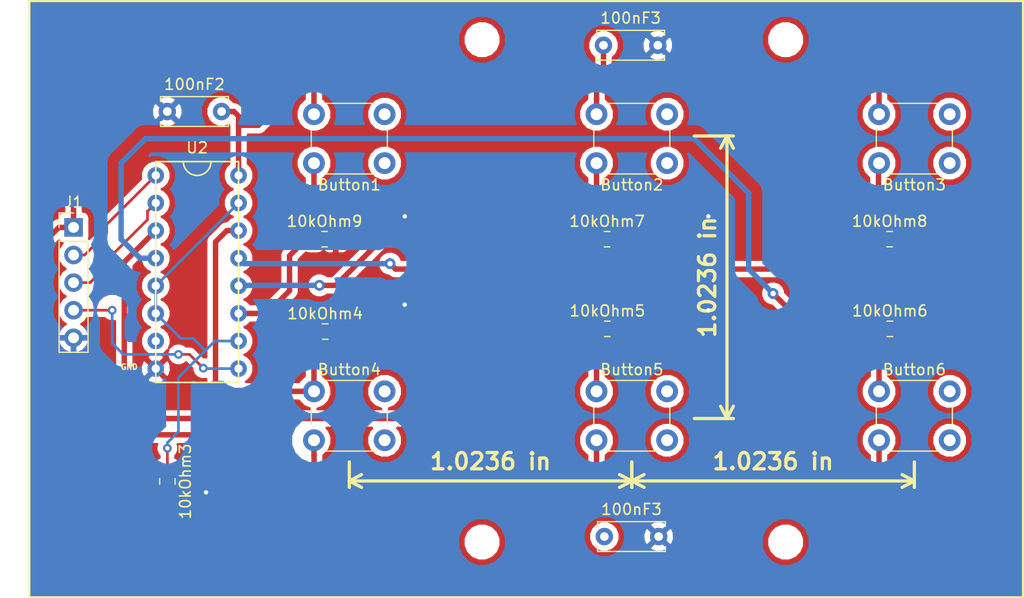
<source format=kicad_pcb>
(kicad_pcb (version 20171130) (host pcbnew "(5.0.2)-1")

  (general
    (thickness 1.6)
    (drawings 8)
    (tracks 149)
    (zones 0)
    (modules 22)
    (nets 14)
  )

  (page A4)
  (layers
    (0 F.Cu signal)
    (31 B.Cu signal)
    (32 B.Adhes user)
    (33 F.Adhes user)
    (34 B.Paste user)
    (35 F.Paste user)
    (36 B.SilkS user)
    (37 F.SilkS user)
    (38 B.Mask user)
    (39 F.Mask user)
    (40 Dwgs.User user)
    (41 Cmts.User user)
    (42 Eco1.User user)
    (43 Eco2.User user)
    (44 Edge.Cuts user)
    (45 Margin user)
    (46 B.CrtYd user)
    (47 F.CrtYd user)
    (48 B.Fab user)
    (49 F.Fab user)
  )

  (setup
    (last_trace_width 0.25)
    (user_trace_width 0.5)
    (user_trace_width 0.75)
    (user_trace_width 1)
    (trace_clearance 0.2)
    (zone_clearance 1)
    (zone_45_only no)
    (trace_min 0.2)
    (segment_width 0.2)
    (edge_width 0.15)
    (via_size 0.8)
    (via_drill 0.4)
    (via_min_size 0.4)
    (via_min_drill 0.3)
    (uvia_size 0.3)
    (uvia_drill 0.1)
    (uvias_allowed no)
    (uvia_min_size 0.2)
    (uvia_min_drill 0.1)
    (pcb_text_width 0.3)
    (pcb_text_size 1.5 1.5)
    (mod_edge_width 0.15)
    (mod_text_size 1 1)
    (mod_text_width 0.15)
    (pad_size 2.2 2.2)
    (pad_drill 2.2)
    (pad_to_mask_clearance 0.051)
    (solder_mask_min_width 0.25)
    (aux_axis_origin 0 0)
    (visible_elements 7FFFFFFF)
    (pcbplotparams
      (layerselection 0x010f0_ffffffff)
      (usegerberextensions true)
      (usegerberattributes false)
      (usegerberadvancedattributes false)
      (creategerberjobfile false)
      (excludeedgelayer true)
      (linewidth 0.100000)
      (plotframeref false)
      (viasonmask false)
      (mode 1)
      (useauxorigin false)
      (hpglpennumber 1)
      (hpglpenspeed 20)
      (hpglpendiameter 15.000000)
      (psnegative false)
      (psa4output false)
      (plotreference true)
      (plotvalue true)
      (plotinvisibletext false)
      (padsonsilk false)
      (subtractmaskfromsilk false)
      (outputformat 1)
      (mirror false)
      (drillshape 0)
      (scaleselection 1)
      (outputdirectory "C:/Users/Hendrik/Desktop/Gerber/"))
  )

  (net 0 "")
  (net 1 GND)
  (net 2 +5V)
  (net 3 "Net-(10kOhm3-Pad1)")
  (net 4 "Net-(10kOhm4-Pad1)")
  (net 5 "Net-(10kOhm5-Pad1)")
  (net 6 "Net-(10kOhm6-Pad1)")
  (net 7 "Net-(10kOhm7-Pad1)")
  (net 8 "Net-(10kOhm8-Pad1)")
  (net 9 "Net-(10kOhm9-Pad1)")
  (net 10 "Net-(U2-Pad7)")
  (net 11 /PISO_SL)
  (net 12 /PISOClock)
  (net 13 /PISOOutput)

  (net_class Default "Dies ist die voreingestellte Netzklasse."
    (clearance 0.2)
    (trace_width 0.25)
    (via_dia 0.8)
    (via_drill 0.4)
    (uvia_dia 0.3)
    (uvia_drill 0.1)
    (add_net +5V)
    (add_net /PISOClock)
    (add_net /PISOOutput)
    (add_net /PISO_SL)
    (add_net GND)
    (add_net "Net-(10kOhm3-Pad1)")
    (add_net "Net-(10kOhm4-Pad1)")
    (add_net "Net-(10kOhm5-Pad1)")
    (add_net "Net-(10kOhm6-Pad1)")
    (add_net "Net-(10kOhm7-Pad1)")
    (add_net "Net-(10kOhm8-Pad1)")
    (add_net "Net-(10kOhm9-Pad1)")
    (add_net "Net-(U2-Pad7)")
  )

  (module Connector_PinHeader_2.54mm:PinHeader_1x05_P2.54mm_Vertical (layer F.Cu) (tedit 59FED5CC) (tstamp 5E9B94F7)
    (at 103.124 89.916)
    (descr "Through hole straight pin header, 1x05, 2.54mm pitch, single row")
    (tags "Through hole pin header THT 1x05 2.54mm single row")
    (path /5E90C436)
    (fp_text reference J1 (at 0 -2.33) (layer F.SilkS)
      (effects (font (size 1 1) (thickness 0.15)))
    )
    (fp_text value Conn_01x05_Male (at 0 12.49) (layer F.Fab)
      (effects (font (size 1 1) (thickness 0.15)))
    )
    (fp_text user %R (at 0 5.08 90) (layer F.Fab)
      (effects (font (size 1 1) (thickness 0.15)))
    )
    (fp_line (start 1.8 -1.8) (end -1.8 -1.8) (layer F.CrtYd) (width 0.05))
    (fp_line (start 1.8 11.95) (end 1.8 -1.8) (layer F.CrtYd) (width 0.05))
    (fp_line (start -1.8 11.95) (end 1.8 11.95) (layer F.CrtYd) (width 0.05))
    (fp_line (start -1.8 -1.8) (end -1.8 11.95) (layer F.CrtYd) (width 0.05))
    (fp_line (start -1.33 -1.33) (end 0 -1.33) (layer F.SilkS) (width 0.12))
    (fp_line (start -1.33 0) (end -1.33 -1.33) (layer F.SilkS) (width 0.12))
    (fp_line (start -1.33 1.27) (end 1.33 1.27) (layer F.SilkS) (width 0.12))
    (fp_line (start 1.33 1.27) (end 1.33 11.49) (layer F.SilkS) (width 0.12))
    (fp_line (start -1.33 1.27) (end -1.33 11.49) (layer F.SilkS) (width 0.12))
    (fp_line (start -1.33 11.49) (end 1.33 11.49) (layer F.SilkS) (width 0.12))
    (fp_line (start -1.27 -0.635) (end -0.635 -1.27) (layer F.Fab) (width 0.1))
    (fp_line (start -1.27 11.43) (end -1.27 -0.635) (layer F.Fab) (width 0.1))
    (fp_line (start 1.27 11.43) (end -1.27 11.43) (layer F.Fab) (width 0.1))
    (fp_line (start 1.27 -1.27) (end 1.27 11.43) (layer F.Fab) (width 0.1))
    (fp_line (start -0.635 -1.27) (end 1.27 -1.27) (layer F.Fab) (width 0.1))
    (pad 5 thru_hole oval (at 0 10.16) (size 1.7 1.7) (drill 1) (layers *.Cu *.Mask)
      (net 1 GND))
    (pad 4 thru_hole oval (at 0 7.62) (size 1.7 1.7) (drill 1) (layers *.Cu *.Mask)
      (net 13 /PISOOutput))
    (pad 3 thru_hole oval (at 0 5.08) (size 1.7 1.7) (drill 1) (layers *.Cu *.Mask)
      (net 12 /PISOClock))
    (pad 2 thru_hole oval (at 0 2.54) (size 1.7 1.7) (drill 1) (layers *.Cu *.Mask)
      (net 11 /PISO_SL))
    (pad 1 thru_hole rect (at 0 0) (size 1.7 1.7) (drill 1) (layers *.Cu *.Mask)
      (net 2 +5V))
    (model ${KISYS3DMOD}/Connector_PinHeader_2.54mm.3dshapes/PinHeader_1x05_P2.54mm_Vertical.wrl
      (at (xyz 0 0 0))
      (scale (xyz 1 1 1))
      (rotate (xyz 0 0 0))
    )
  )

  (module MountingHole:MountingHole_2.2mm_M2_ISO14580 (layer F.Cu) (tedit 5E8F0909) (tstamp 5EB175A7)
    (at 168.656 118.872)
    (descr "Mounting Hole 2.2mm, no annular, M2, ISO14580")
    (tags "mounting hole 2.2mm no annular m2 iso14580")
    (attr virtual)
    (fp_text reference "" (at 0 -2.9) (layer F.SilkS)
      (effects (font (size 1 1) (thickness 0.15)))
    )
    (fp_text value MountingHole_2.2mm_M2_ISO14580 (at 0 2.9) (layer F.Fab)
      (effects (font (size 1 1) (thickness 0.15)))
    )
    (fp_text user %R (at 0.3 0) (layer F.Fab)
      (effects (font (size 1 1) (thickness 0.15)))
    )
    (fp_circle (center 0 0) (end 1.9 0) (layer Cmts.User) (width 0.15))
    (fp_circle (center 0 0) (end 2.15 0) (layer F.CrtYd) (width 0.05))
    (pad 1 np_thru_hole circle (at 0 0) (size 2.2 2.2) (drill 2.2) (layers *.Cu *.Mask))
  )

  (module MountingHole:MountingHole_2.2mm_M2_ISO14580 (layer F.Cu) (tedit 5E8C67A9) (tstamp 5EB17566)
    (at 140.716 118.872)
    (descr "Mounting Hole 2.2mm, no annular, M2, ISO14580")
    (tags "mounting hole 2.2mm no annular m2 iso14580")
    (attr virtual)
    (fp_text reference "" (at 0 -2.9) (layer F.SilkS)
      (effects (font (size 1 1) (thickness 0.15)))
    )
    (fp_text value MountingHole_2.2mm_M2_ISO14580 (at 0 2.9) (layer F.Fab)
      (effects (font (size 1 1) (thickness 0.15)))
    )
    (fp_circle (center 0 0) (end 2.15 0) (layer F.CrtYd) (width 0.05))
    (fp_circle (center 0 0) (end 1.9 0) (layer Cmts.User) (width 0.15))
    (fp_text user %R (at 0.3 0) (layer F.Fab)
      (effects (font (size 1 1) (thickness 0.15)))
    )
    (pad 1 np_thru_hole circle (at 0 0) (size 2.2 2.2) (drill 2.2) (layers *.Cu *.Mask))
  )

  (module MountingHole:MountingHole_2.2mm_M2_ISO14580 (layer F.Cu) (tedit 5E8C67FB) (tstamp 5EB174C2)
    (at 140.716 72.644)
    (descr "Mounting Hole 2.2mm, no annular, M2, ISO14580")
    (tags "mounting hole 2.2mm no annular m2 iso14580")
    (attr virtual)
    (fp_text reference "" (at 0 -2.9) (layer F.SilkS)
      (effects (font (size 1 1) (thickness 0.15)))
    )
    (fp_text value MountingHole_2.2mm_M2_ISO14580 (at 0 2.9) (layer F.Fab)
      (effects (font (size 1 1) (thickness 0.15)))
    )
    (fp_text user %R (at 0.3 0) (layer F.Fab)
      (effects (font (size 1 1) (thickness 0.15)))
    )
    (fp_circle (center 0 0) (end 1.9 0) (layer Cmts.User) (width 0.15))
    (fp_circle (center 0 0) (end 2.15 0) (layer F.CrtYd) (width 0.05))
    (pad "" np_thru_hole circle (at 0 0) (size 2.2 2.2) (drill 2.2) (layers *.Cu *.Mask))
  )

  (module Capacitor_THT:C_Disc_D6.0mm_W2.5mm_P5.00mm (layer F.Cu) (tedit 5AE50EF0) (tstamp 5E9B9CB4)
    (at 151.972 118.364)
    (descr "C, Disc series, Radial, pin pitch=5.00mm, , diameter*width=6*2.5mm^2, Capacitor, http://cdn-reichelt.de/documents/datenblatt/B300/DS_KERKO_TC.pdf")
    (tags "C Disc series Radial pin pitch 5.00mm  diameter 6mm width 2.5mm Capacitor")
    (path /5E8D4392)
    (fp_text reference 100nF3 (at 2.5 -2.5) (layer F.SilkS)
      (effects (font (size 1 1) (thickness 0.15)))
    )
    (fp_text value ButtonC (at 2.5 2.5) (layer F.Fab)
      (effects (font (size 1 1) (thickness 0.15)))
    )
    (fp_text user %R (at 2.5 0) (layer F.Fab)
      (effects (font (size 1 1) (thickness 0.15)))
    )
    (fp_line (start 6.05 -1.5) (end -1.05 -1.5) (layer F.CrtYd) (width 0.05))
    (fp_line (start 6.05 1.5) (end 6.05 -1.5) (layer F.CrtYd) (width 0.05))
    (fp_line (start -1.05 1.5) (end 6.05 1.5) (layer F.CrtYd) (width 0.05))
    (fp_line (start -1.05 -1.5) (end -1.05 1.5) (layer F.CrtYd) (width 0.05))
    (fp_line (start 5.62 0.925) (end 5.62 1.37) (layer F.SilkS) (width 0.12))
    (fp_line (start 5.62 -1.37) (end 5.62 -0.925) (layer F.SilkS) (width 0.12))
    (fp_line (start -0.62 0.925) (end -0.62 1.37) (layer F.SilkS) (width 0.12))
    (fp_line (start -0.62 -1.37) (end -0.62 -0.925) (layer F.SilkS) (width 0.12))
    (fp_line (start -0.62 1.37) (end 5.62 1.37) (layer F.SilkS) (width 0.12))
    (fp_line (start -0.62 -1.37) (end 5.62 -1.37) (layer F.SilkS) (width 0.12))
    (fp_line (start 5.5 -1.25) (end -0.5 -1.25) (layer F.Fab) (width 0.1))
    (fp_line (start 5.5 1.25) (end 5.5 -1.25) (layer F.Fab) (width 0.1))
    (fp_line (start -0.5 1.25) (end 5.5 1.25) (layer F.Fab) (width 0.1))
    (fp_line (start -0.5 -1.25) (end -0.5 1.25) (layer F.Fab) (width 0.1))
    (pad 2 thru_hole circle (at 5 0) (size 1.6 1.6) (drill 0.8) (layers *.Cu *.Mask)
      (net 1 GND))
    (pad 1 thru_hole circle (at 0 0) (size 1.6 1.6) (drill 0.8) (layers *.Cu *.Mask)
      (net 2 +5V))
    (model ${KISYS3DMOD}/Capacitor_THT.3dshapes/C_Disc_D6.0mm_W2.5mm_P5.00mm.wrl
      (at (xyz 0 0 0))
      (scale (xyz 1 1 1))
      (rotate (xyz 0 0 0))
    )
  )

  (module Customs:74HC165 (layer F.Cu) (tedit 5E7D1E81) (tstamp 5EA251F3)
    (at 114.5 92.75)
    (path /5E7B0BE7)
    (fp_text reference U2 (at 0 -10.16) (layer F.SilkS)
      (effects (font (size 1 1) (thickness 0.15)))
    )
    (fp_text value 74HC165 (at 0 12.7) (layer F.Fab)
      (effects (font (size 1 1) (thickness 0.15)))
    )
    (fp_line (start 3.81 -8.89) (end 3.81 11.43) (layer F.SilkS) (width 0.15))
    (fp_line (start 3.81 11.43) (end -3.81 11.43) (layer F.SilkS) (width 0.15))
    (fp_line (start -3.81 11.43) (end -3.81 -8.89) (layer F.SilkS) (width 0.15))
    (fp_line (start -3.81 -8.89) (end 3.81 -8.89) (layer F.SilkS) (width 0.15))
    (fp_arc (start 0 -8.89) (end -1.27 -8.89) (angle -180) (layer F.SilkS) (width 0.15))
    (pad 1 thru_hole circle (at -3.81 -7.62) (size 1.524 1.524) (drill 0.762) (layers *.Cu *.Mask)
      (net 11 /PISO_SL))
    (pad 2 thru_hole circle (at -3.81 -5.08) (size 1.524 1.524) (drill 0.762) (layers *.Cu *.Mask)
      (net 12 /PISOClock))
    (pad 3 thru_hole circle (at -3.81 -2.54) (size 1.524 1.524) (drill 0.762) (layers *.Cu *.Mask)
      (net 5 "Net-(10kOhm5-Pad1)"))
    (pad 4 thru_hole circle (at -3.81 0) (size 1.524 1.524) (drill 0.762) (layers *.Cu *.Mask)
      (net 6 "Net-(10kOhm6-Pad1)"))
    (pad 5 thru_hole circle (at -3.81 2.54) (size 1.524 1.524) (drill 0.762) (layers *.Cu *.Mask)
      (net 3 "Net-(10kOhm3-Pad1)"))
    (pad 6 thru_hole circle (at -3.81 5.08) (size 1.524 1.524) (drill 0.762) (layers *.Cu *.Mask)
      (net 3 "Net-(10kOhm3-Pad1)"))
    (pad 7 thru_hole circle (at -3.81 7.62) (size 1.524 1.524) (drill 0.762) (layers *.Cu *.Mask)
      (net 10 "Net-(U2-Pad7)"))
    (pad 8 thru_hole circle (at -3.81 10.16) (size 1.524 1.524) (drill 0.762) (layers *.Cu *.Mask)
      (net 1 GND))
    (pad 16 thru_hole circle (at 3.81 -7.62) (size 1.524 1.524) (drill 0.762) (layers *.Cu *.Mask)
      (net 2 +5V))
    (pad 15 thru_hole circle (at 3.81 -5.08) (size 1.524 1.524) (drill 0.762) (layers *.Cu *.Mask)
      (net 3 "Net-(10kOhm3-Pad1)"))
    (pad 14 thru_hole circle (at 3.81 -2.54) (size 1.524 1.524) (drill 0.762) (layers *.Cu *.Mask)
      (net 4 "Net-(10kOhm4-Pad1)"))
    (pad 13 thru_hole circle (at 3.81 0) (size 1.524 1.524) (drill 0.762) (layers *.Cu *.Mask)
      (net 8 "Net-(10kOhm8-Pad1)"))
    (pad 12 thru_hole circle (at 3.81 2.54) (size 1.524 1.524) (drill 0.762) (layers *.Cu *.Mask)
      (net 7 "Net-(10kOhm7-Pad1)"))
    (pad 11 thru_hole circle (at 3.81 5.08) (size 1.524 1.524) (drill 0.762) (layers *.Cu *.Mask)
      (net 9 "Net-(10kOhm9-Pad1)"))
    (pad 10 thru_hole circle (at 3.81 7.62) (size 1.524 1.524) (drill 0.762) (layers *.Cu *.Mask)
      (net 3 "Net-(10kOhm3-Pad1)"))
    (pad 9 thru_hole circle (at 3.81 10.16) (size 1.524 1.524) (drill 0.762) (layers *.Cu *.Mask)
      (net 13 /PISOOutput))
  )

  (module Capacitor_THT:C_Disc_D6.0mm_W2.5mm_P5.00mm (layer F.Cu) (tedit 5AE50EF0) (tstamp 5EA24EFB)
    (at 111.75 79.25)
    (descr "C, Disc series, Radial, pin pitch=5.00mm, , diameter*width=6*2.5mm^2, Capacitor, http://cdn-reichelt.de/documents/datenblatt/B300/DS_KERKO_TC.pdf")
    (tags "C Disc series Radial pin pitch 5.00mm  diameter 6mm width 2.5mm Capacitor")
    (path /5E85CE45)
    (fp_text reference 100nF2 (at 2.5 -2.5) (layer F.SilkS)
      (effects (font (size 1 1) (thickness 0.15)))
    )
    (fp_text value ButtonDecouple (at 2.5 2.5) (layer F.Fab)
      (effects (font (size 1 1) (thickness 0.15)))
    )
    (fp_line (start -0.5 -1.25) (end -0.5 1.25) (layer F.Fab) (width 0.1))
    (fp_line (start -0.5 1.25) (end 5.5 1.25) (layer F.Fab) (width 0.1))
    (fp_line (start 5.5 1.25) (end 5.5 -1.25) (layer F.Fab) (width 0.1))
    (fp_line (start 5.5 -1.25) (end -0.5 -1.25) (layer F.Fab) (width 0.1))
    (fp_line (start -0.62 -1.37) (end 5.62 -1.37) (layer F.SilkS) (width 0.12))
    (fp_line (start -0.62 1.37) (end 5.62 1.37) (layer F.SilkS) (width 0.12))
    (fp_line (start -0.62 -1.37) (end -0.62 -0.925) (layer F.SilkS) (width 0.12))
    (fp_line (start -0.62 0.925) (end -0.62 1.37) (layer F.SilkS) (width 0.12))
    (fp_line (start 5.62 -1.37) (end 5.62 -0.925) (layer F.SilkS) (width 0.12))
    (fp_line (start 5.62 0.925) (end 5.62 1.37) (layer F.SilkS) (width 0.12))
    (fp_line (start -1.05 -1.5) (end -1.05 1.5) (layer F.CrtYd) (width 0.05))
    (fp_line (start -1.05 1.5) (end 6.05 1.5) (layer F.CrtYd) (width 0.05))
    (fp_line (start 6.05 1.5) (end 6.05 -1.5) (layer F.CrtYd) (width 0.05))
    (fp_line (start 6.05 -1.5) (end -1.05 -1.5) (layer F.CrtYd) (width 0.05))
    (fp_text user %R (at 2.5 0) (layer F.Fab)
      (effects (font (size 1 1) (thickness 0.15)))
    )
    (pad 1 thru_hole circle (at 0 0) (size 1.6 1.6) (drill 0.8) (layers *.Cu *.Mask)
      (net 1 GND))
    (pad 2 thru_hole circle (at 5 0) (size 1.6 1.6) (drill 0.8) (layers *.Cu *.Mask)
      (net 2 +5V))
    (model ${KISYS3DMOD}/Capacitor_THT.3dshapes/C_Disc_D6.0mm_W2.5mm_P5.00mm.wrl
      (at (xyz 0 0 0))
      (scale (xyz 1 1 1))
      (rotate (xyz 0 0 0))
    )
  )

  (module Resistor_SMD:R_0805_2012Metric_Pad1.15x1.40mm_HandSolder (layer F.Cu) (tedit 5B36C52B) (tstamp 5EA24FD7)
    (at 111.76 113.293 270)
    (descr "Resistor SMD 0805 (2012 Metric), square (rectangular) end terminal, IPC_7351 nominal with elongated pad for handsoldering. (Body size source: https://docs.google.com/spreadsheets/d/1BsfQQcO9C6DZCsRaXUlFlo91Tg2WpOkGARC1WS5S8t0/edit?usp=sharing), generated with kicad-footprint-generator")
    (tags "resistor handsolder")
    (path /5E7ED3AB)
    (attr smd)
    (fp_text reference 10kOhm3 (at 0 -1.65 270) (layer F.SilkS)
      (effects (font (size 1 1) (thickness 0.15)))
    )
    (fp_text value R (at 0 1.65 270) (layer F.Fab)
      (effects (font (size 1 1) (thickness 0.15)))
    )
    (fp_line (start -1 0.6) (end -1 -0.6) (layer F.Fab) (width 0.1))
    (fp_line (start -1 -0.6) (end 1 -0.6) (layer F.Fab) (width 0.1))
    (fp_line (start 1 -0.6) (end 1 0.6) (layer F.Fab) (width 0.1))
    (fp_line (start 1 0.6) (end -1 0.6) (layer F.Fab) (width 0.1))
    (fp_line (start -0.261252 -0.71) (end 0.261252 -0.71) (layer F.SilkS) (width 0.12))
    (fp_line (start -0.261252 0.71) (end 0.261252 0.71) (layer F.SilkS) (width 0.12))
    (fp_line (start -1.85 0.95) (end -1.85 -0.95) (layer F.CrtYd) (width 0.05))
    (fp_line (start -1.85 -0.95) (end 1.85 -0.95) (layer F.CrtYd) (width 0.05))
    (fp_line (start 1.85 -0.95) (end 1.85 0.95) (layer F.CrtYd) (width 0.05))
    (fp_line (start 1.85 0.95) (end -1.85 0.95) (layer F.CrtYd) (width 0.05))
    (fp_text user %R (at 0 0 270) (layer F.Fab)
      (effects (font (size 0.5 0.5) (thickness 0.08)))
    )
    (pad 1 smd roundrect (at -1.025 0 270) (size 1.15 1.4) (layers F.Cu F.Paste F.Mask) (roundrect_rratio 0.217391)
      (net 3 "Net-(10kOhm3-Pad1)"))
    (pad 2 smd roundrect (at 1.025 0 270) (size 1.15 1.4) (layers F.Cu F.Paste F.Mask) (roundrect_rratio 0.217391)
      (net 1 GND))
    (model ${KISYS3DMOD}/Resistor_SMD.3dshapes/R_0805_2012Metric.wrl
      (at (xyz 0 0 0))
      (scale (xyz 1 1 1))
      (rotate (xyz 0 0 0))
    )
  )

  (module Resistor_SMD:R_0805_2012Metric_Pad1.15x1.40mm_HandSolder (layer F.Cu) (tedit 5B36C52B) (tstamp 5EA24FE8)
    (at 126.275 99.5)
    (descr "Resistor SMD 0805 (2012 Metric), square (rectangular) end terminal, IPC_7351 nominal with elongated pad for handsoldering. (Body size source: https://docs.google.com/spreadsheets/d/1BsfQQcO9C6DZCsRaXUlFlo91Tg2WpOkGARC1WS5S8t0/edit?usp=sharing), generated with kicad-footprint-generator")
    (tags "resistor handsolder")
    (path /5E75F587)
    (attr smd)
    (fp_text reference 10kOhm4 (at 0 -1.65) (layer F.SilkS)
      (effects (font (size 1 1) (thickness 0.15)))
    )
    (fp_text value ButtonR4 (at 0 1.65) (layer F.Fab)
      (effects (font (size 1 1) (thickness 0.15)))
    )
    (fp_line (start -1 0.6) (end -1 -0.6) (layer F.Fab) (width 0.1))
    (fp_line (start -1 -0.6) (end 1 -0.6) (layer F.Fab) (width 0.1))
    (fp_line (start 1 -0.6) (end 1 0.6) (layer F.Fab) (width 0.1))
    (fp_line (start 1 0.6) (end -1 0.6) (layer F.Fab) (width 0.1))
    (fp_line (start -0.261252 -0.71) (end 0.261252 -0.71) (layer F.SilkS) (width 0.12))
    (fp_line (start -0.261252 0.71) (end 0.261252 0.71) (layer F.SilkS) (width 0.12))
    (fp_line (start -1.85 0.95) (end -1.85 -0.95) (layer F.CrtYd) (width 0.05))
    (fp_line (start -1.85 -0.95) (end 1.85 -0.95) (layer F.CrtYd) (width 0.05))
    (fp_line (start 1.85 -0.95) (end 1.85 0.95) (layer F.CrtYd) (width 0.05))
    (fp_line (start 1.85 0.95) (end -1.85 0.95) (layer F.CrtYd) (width 0.05))
    (fp_text user %R (at 0 0) (layer F.Fab)
      (effects (font (size 0.5 0.5) (thickness 0.08)))
    )
    (pad 1 smd roundrect (at -1.025 0) (size 1.15 1.4) (layers F.Cu F.Paste F.Mask) (roundrect_rratio 0.217391)
      (net 4 "Net-(10kOhm4-Pad1)"))
    (pad 2 smd roundrect (at 1.025 0) (size 1.15 1.4) (layers F.Cu F.Paste F.Mask) (roundrect_rratio 0.217391)
      (net 1 GND))
    (model ${KISYS3DMOD}/Resistor_SMD.3dshapes/R_0805_2012Metric.wrl
      (at (xyz 0 0 0))
      (scale (xyz 1 1 1))
      (rotate (xyz 0 0 0))
    )
  )

  (module Resistor_SMD:R_0805_2012Metric_Pad1.15x1.40mm_HandSolder (layer F.Cu) (tedit 5B36C52B) (tstamp 5EA24FF9)
    (at 152.25 99.25)
    (descr "Resistor SMD 0805 (2012 Metric), square (rectangular) end terminal, IPC_7351 nominal with elongated pad for handsoldering. (Body size source: https://docs.google.com/spreadsheets/d/1BsfQQcO9C6DZCsRaXUlFlo91Tg2WpOkGARC1WS5S8t0/edit?usp=sharing), generated with kicad-footprint-generator")
    (tags "resistor handsolder")
    (path /5E75F6C3)
    (attr smd)
    (fp_text reference 10kOhm5 (at 0 -1.65) (layer F.SilkS)
      (effects (font (size 1 1) (thickness 0.15)))
    )
    (fp_text value ButtonR5 (at 0 1.65) (layer F.Fab)
      (effects (font (size 1 1) (thickness 0.15)))
    )
    (fp_line (start -1 0.6) (end -1 -0.6) (layer F.Fab) (width 0.1))
    (fp_line (start -1 -0.6) (end 1 -0.6) (layer F.Fab) (width 0.1))
    (fp_line (start 1 -0.6) (end 1 0.6) (layer F.Fab) (width 0.1))
    (fp_line (start 1 0.6) (end -1 0.6) (layer F.Fab) (width 0.1))
    (fp_line (start -0.261252 -0.71) (end 0.261252 -0.71) (layer F.SilkS) (width 0.12))
    (fp_line (start -0.261252 0.71) (end 0.261252 0.71) (layer F.SilkS) (width 0.12))
    (fp_line (start -1.85 0.95) (end -1.85 -0.95) (layer F.CrtYd) (width 0.05))
    (fp_line (start -1.85 -0.95) (end 1.85 -0.95) (layer F.CrtYd) (width 0.05))
    (fp_line (start 1.85 -0.95) (end 1.85 0.95) (layer F.CrtYd) (width 0.05))
    (fp_line (start 1.85 0.95) (end -1.85 0.95) (layer F.CrtYd) (width 0.05))
    (fp_text user %R (at 0 0) (layer F.Fab)
      (effects (font (size 0.5 0.5) (thickness 0.08)))
    )
    (pad 1 smd roundrect (at -1.025 0) (size 1.15 1.4) (layers F.Cu F.Paste F.Mask) (roundrect_rratio 0.217391)
      (net 5 "Net-(10kOhm5-Pad1)"))
    (pad 2 smd roundrect (at 1.025 0) (size 1.15 1.4) (layers F.Cu F.Paste F.Mask) (roundrect_rratio 0.217391)
      (net 1 GND))
    (model ${KISYS3DMOD}/Resistor_SMD.3dshapes/R_0805_2012Metric.wrl
      (at (xyz 0 0 0))
      (scale (xyz 1 1 1))
      (rotate (xyz 0 0 0))
    )
  )

  (module Resistor_SMD:R_0805_2012Metric_Pad1.15x1.40mm_HandSolder (layer F.Cu) (tedit 5B36C52B) (tstamp 5E8D7DB1)
    (at 178.25 99.25)
    (descr "Resistor SMD 0805 (2012 Metric), square (rectangular) end terminal, IPC_7351 nominal with elongated pad for handsoldering. (Body size source: https://docs.google.com/spreadsheets/d/1BsfQQcO9C6DZCsRaXUlFlo91Tg2WpOkGARC1WS5S8t0/edit?usp=sharing), generated with kicad-footprint-generator")
    (tags "resistor handsolder")
    (path /5E75F836)
    (attr smd)
    (fp_text reference 10kOhm6 (at 0 -1.65) (layer F.SilkS)
      (effects (font (size 1 1) (thickness 0.15)))
    )
    (fp_text value ButtonR6 (at 0 1.65) (layer F.Fab)
      (effects (font (size 1 1) (thickness 0.15)))
    )
    (fp_text user %R (at 0 0) (layer F.Fab)
      (effects (font (size 0.5 0.5) (thickness 0.08)))
    )
    (fp_line (start 1.85 0.95) (end -1.85 0.95) (layer F.CrtYd) (width 0.05))
    (fp_line (start 1.85 -0.95) (end 1.85 0.95) (layer F.CrtYd) (width 0.05))
    (fp_line (start -1.85 -0.95) (end 1.85 -0.95) (layer F.CrtYd) (width 0.05))
    (fp_line (start -1.85 0.95) (end -1.85 -0.95) (layer F.CrtYd) (width 0.05))
    (fp_line (start -0.261252 0.71) (end 0.261252 0.71) (layer F.SilkS) (width 0.12))
    (fp_line (start -0.261252 -0.71) (end 0.261252 -0.71) (layer F.SilkS) (width 0.12))
    (fp_line (start 1 0.6) (end -1 0.6) (layer F.Fab) (width 0.1))
    (fp_line (start 1 -0.6) (end 1 0.6) (layer F.Fab) (width 0.1))
    (fp_line (start -1 -0.6) (end 1 -0.6) (layer F.Fab) (width 0.1))
    (fp_line (start -1 0.6) (end -1 -0.6) (layer F.Fab) (width 0.1))
    (pad 2 smd roundrect (at 1.025 0) (size 1.15 1.4) (layers F.Cu F.Paste F.Mask) (roundrect_rratio 0.217391)
      (net 1 GND))
    (pad 1 smd roundrect (at -1.025 0) (size 1.15 1.4) (layers F.Cu F.Paste F.Mask) (roundrect_rratio 0.217391)
      (net 6 "Net-(10kOhm6-Pad1)"))
    (model ${KISYS3DMOD}/Resistor_SMD.3dshapes/R_0805_2012Metric.wrl
      (at (xyz 0 0 0))
      (scale (xyz 1 1 1))
      (rotate (xyz 0 0 0))
    )
  )

  (module Resistor_SMD:R_0805_2012Metric_Pad1.15x1.40mm_HandSolder (layer F.Cu) (tedit 5B36C52B) (tstamp 5EA2501B)
    (at 152.225 91)
    (descr "Resistor SMD 0805 (2012 Metric), square (rectangular) end terminal, IPC_7351 nominal with elongated pad for handsoldering. (Body size source: https://docs.google.com/spreadsheets/d/1BsfQQcO9C6DZCsRaXUlFlo91Tg2WpOkGARC1WS5S8t0/edit?usp=sharing), generated with kicad-footprint-generator")
    (tags "resistor handsolder")
    (path /5E75F3B6)
    (attr smd)
    (fp_text reference 10kOhm7 (at 0 -1.65) (layer F.SilkS)
      (effects (font (size 1 1) (thickness 0.15)))
    )
    (fp_text value ButtonR2 (at 0 1.65) (layer F.Fab)
      (effects (font (size 1 1) (thickness 0.15)))
    )
    (fp_line (start -1 0.6) (end -1 -0.6) (layer F.Fab) (width 0.1))
    (fp_line (start -1 -0.6) (end 1 -0.6) (layer F.Fab) (width 0.1))
    (fp_line (start 1 -0.6) (end 1 0.6) (layer F.Fab) (width 0.1))
    (fp_line (start 1 0.6) (end -1 0.6) (layer F.Fab) (width 0.1))
    (fp_line (start -0.261252 -0.71) (end 0.261252 -0.71) (layer F.SilkS) (width 0.12))
    (fp_line (start -0.261252 0.71) (end 0.261252 0.71) (layer F.SilkS) (width 0.12))
    (fp_line (start -1.85 0.95) (end -1.85 -0.95) (layer F.CrtYd) (width 0.05))
    (fp_line (start -1.85 -0.95) (end 1.85 -0.95) (layer F.CrtYd) (width 0.05))
    (fp_line (start 1.85 -0.95) (end 1.85 0.95) (layer F.CrtYd) (width 0.05))
    (fp_line (start 1.85 0.95) (end -1.85 0.95) (layer F.CrtYd) (width 0.05))
    (fp_text user %R (at 0 0) (layer F.Fab)
      (effects (font (size 0.5 0.5) (thickness 0.08)))
    )
    (pad 1 smd roundrect (at -1.025 0) (size 1.15 1.4) (layers F.Cu F.Paste F.Mask) (roundrect_rratio 0.217391)
      (net 7 "Net-(10kOhm7-Pad1)"))
    (pad 2 smd roundrect (at 1.025 0) (size 1.15 1.4) (layers F.Cu F.Paste F.Mask) (roundrect_rratio 0.217391)
      (net 1 GND))
    (model ${KISYS3DMOD}/Resistor_SMD.3dshapes/R_0805_2012Metric.wrl
      (at (xyz 0 0 0))
      (scale (xyz 1 1 1))
      (rotate (xyz 0 0 0))
    )
  )

  (module Resistor_SMD:R_0805_2012Metric_Pad1.15x1.40mm_HandSolder (layer F.Cu) (tedit 5B36C52B) (tstamp 5EA2502C)
    (at 178.225 91)
    (descr "Resistor SMD 0805 (2012 Metric), square (rectangular) end terminal, IPC_7351 nominal with elongated pad for handsoldering. (Body size source: https://docs.google.com/spreadsheets/d/1BsfQQcO9C6DZCsRaXUlFlo91Tg2WpOkGARC1WS5S8t0/edit?usp=sharing), generated with kicad-footprint-generator")
    (tags "resistor handsolder")
    (path /5E75F424)
    (attr smd)
    (fp_text reference 10kOhm8 (at 0 -1.65) (layer F.SilkS)
      (effects (font (size 1 1) (thickness 0.15)))
    )
    (fp_text value ButtonR3 (at 0 1.65) (layer F.Fab)
      (effects (font (size 1 1) (thickness 0.15)))
    )
    (fp_text user %R (at 0 0) (layer F.Fab)
      (effects (font (size 0.5 0.5) (thickness 0.08)))
    )
    (fp_line (start 1.85 0.95) (end -1.85 0.95) (layer F.CrtYd) (width 0.05))
    (fp_line (start 1.85 -0.95) (end 1.85 0.95) (layer F.CrtYd) (width 0.05))
    (fp_line (start -1.85 -0.95) (end 1.85 -0.95) (layer F.CrtYd) (width 0.05))
    (fp_line (start -1.85 0.95) (end -1.85 -0.95) (layer F.CrtYd) (width 0.05))
    (fp_line (start -0.261252 0.71) (end 0.261252 0.71) (layer F.SilkS) (width 0.12))
    (fp_line (start -0.261252 -0.71) (end 0.261252 -0.71) (layer F.SilkS) (width 0.12))
    (fp_line (start 1 0.6) (end -1 0.6) (layer F.Fab) (width 0.1))
    (fp_line (start 1 -0.6) (end 1 0.6) (layer F.Fab) (width 0.1))
    (fp_line (start -1 -0.6) (end 1 -0.6) (layer F.Fab) (width 0.1))
    (fp_line (start -1 0.6) (end -1 -0.6) (layer F.Fab) (width 0.1))
    (pad 2 smd roundrect (at 1.025 0) (size 1.15 1.4) (layers F.Cu F.Paste F.Mask) (roundrect_rratio 0.217391)
      (net 1 GND))
    (pad 1 smd roundrect (at -1.025 0) (size 1.15 1.4) (layers F.Cu F.Paste F.Mask) (roundrect_rratio 0.217391)
      (net 8 "Net-(10kOhm8-Pad1)"))
    (model ${KISYS3DMOD}/Resistor_SMD.3dshapes/R_0805_2012Metric.wrl
      (at (xyz 0 0 0))
      (scale (xyz 1 1 1))
      (rotate (xyz 0 0 0))
    )
  )

  (module Resistor_SMD:R_0805_2012Metric_Pad1.15x1.40mm_HandSolder (layer F.Cu) (tedit 5B36C52B) (tstamp 5EA2503D)
    (at 126.225 91)
    (descr "Resistor SMD 0805 (2012 Metric), square (rectangular) end terminal, IPC_7351 nominal with elongated pad for handsoldering. (Body size source: https://docs.google.com/spreadsheets/d/1BsfQQcO9C6DZCsRaXUlFlo91Tg2WpOkGARC1WS5S8t0/edit?usp=sharing), generated with kicad-footprint-generator")
    (tags "resistor handsolder")
    (path /5E75F16B)
    (attr smd)
    (fp_text reference 10kOhm9 (at 0 -1.65) (layer F.SilkS)
      (effects (font (size 1 1) (thickness 0.15)))
    )
    (fp_text value ButtonR1 (at 0 1.65) (layer F.Fab)
      (effects (font (size 1 1) (thickness 0.15)))
    )
    (fp_line (start -1 0.6) (end -1 -0.6) (layer F.Fab) (width 0.1))
    (fp_line (start -1 -0.6) (end 1 -0.6) (layer F.Fab) (width 0.1))
    (fp_line (start 1 -0.6) (end 1 0.6) (layer F.Fab) (width 0.1))
    (fp_line (start 1 0.6) (end -1 0.6) (layer F.Fab) (width 0.1))
    (fp_line (start -0.261252 -0.71) (end 0.261252 -0.71) (layer F.SilkS) (width 0.12))
    (fp_line (start -0.261252 0.71) (end 0.261252 0.71) (layer F.SilkS) (width 0.12))
    (fp_line (start -1.85 0.95) (end -1.85 -0.95) (layer F.CrtYd) (width 0.05))
    (fp_line (start -1.85 -0.95) (end 1.85 -0.95) (layer F.CrtYd) (width 0.05))
    (fp_line (start 1.85 -0.95) (end 1.85 0.95) (layer F.CrtYd) (width 0.05))
    (fp_line (start 1.85 0.95) (end -1.85 0.95) (layer F.CrtYd) (width 0.05))
    (fp_text user %R (at 0 0) (layer F.Fab)
      (effects (font (size 0.5 0.5) (thickness 0.08)))
    )
    (pad 1 smd roundrect (at -1.025 0) (size 1.15 1.4) (layers F.Cu F.Paste F.Mask) (roundrect_rratio 0.217391)
      (net 9 "Net-(10kOhm9-Pad1)"))
    (pad 2 smd roundrect (at 1.025 0) (size 1.15 1.4) (layers F.Cu F.Paste F.Mask) (roundrect_rratio 0.217391)
      (net 1 GND))
    (model ${KISYS3DMOD}/Resistor_SMD.3dshapes/R_0805_2012Metric.wrl
      (at (xyz 0 0 0))
      (scale (xyz 1 1 1))
      (rotate (xyz 0 0 0))
    )
  )

  (module Button_Switch_THT:SW_PUSH_6mm_H9.5mm (layer F.Cu) (tedit 5A02FE31) (tstamp 5E8D7F2D)
    (at 131.75 84 180)
    (descr "tactile push button, 6x6mm e.g. PHAP33xx series, height=9.5mm")
    (tags "tact sw push 6mm")
    (path /5E75EC57)
    (fp_text reference Button1 (at 3.25 -2 180) (layer F.SilkS)
      (effects (font (size 1 1) (thickness 0.15)))
    )
    (fp_text value SW_DPST_x2 (at 3.75 6.7 180) (layer F.Fab)
      (effects (font (size 1 1) (thickness 0.15)))
    )
    (fp_text user %R (at 3.25 2.25 180) (layer F.Fab)
      (effects (font (size 1 1) (thickness 0.15)))
    )
    (fp_line (start 3.25 -0.75) (end 6.25 -0.75) (layer F.Fab) (width 0.1))
    (fp_line (start 6.25 -0.75) (end 6.25 5.25) (layer F.Fab) (width 0.1))
    (fp_line (start 6.25 5.25) (end 0.25 5.25) (layer F.Fab) (width 0.1))
    (fp_line (start 0.25 5.25) (end 0.25 -0.75) (layer F.Fab) (width 0.1))
    (fp_line (start 0.25 -0.75) (end 3.25 -0.75) (layer F.Fab) (width 0.1))
    (fp_line (start 7.75 6) (end 8 6) (layer F.CrtYd) (width 0.05))
    (fp_line (start 8 6) (end 8 5.75) (layer F.CrtYd) (width 0.05))
    (fp_line (start 7.75 -1.5) (end 8 -1.5) (layer F.CrtYd) (width 0.05))
    (fp_line (start 8 -1.5) (end 8 -1.25) (layer F.CrtYd) (width 0.05))
    (fp_line (start -1.5 -1.25) (end -1.5 -1.5) (layer F.CrtYd) (width 0.05))
    (fp_line (start -1.5 -1.5) (end -1.25 -1.5) (layer F.CrtYd) (width 0.05))
    (fp_line (start -1.5 5.75) (end -1.5 6) (layer F.CrtYd) (width 0.05))
    (fp_line (start -1.5 6) (end -1.25 6) (layer F.CrtYd) (width 0.05))
    (fp_line (start -1.25 -1.5) (end 7.75 -1.5) (layer F.CrtYd) (width 0.05))
    (fp_line (start -1.5 5.75) (end -1.5 -1.25) (layer F.CrtYd) (width 0.05))
    (fp_line (start 7.75 6) (end -1.25 6) (layer F.CrtYd) (width 0.05))
    (fp_line (start 8 -1.25) (end 8 5.75) (layer F.CrtYd) (width 0.05))
    (fp_line (start 1 5.5) (end 5.5 5.5) (layer F.SilkS) (width 0.12))
    (fp_line (start -0.25 1.5) (end -0.25 3) (layer F.SilkS) (width 0.12))
    (fp_line (start 5.5 -1) (end 1 -1) (layer F.SilkS) (width 0.12))
    (fp_line (start 6.75 3) (end 6.75 1.5) (layer F.SilkS) (width 0.12))
    (fp_circle (center 3.25 2.25) (end 1.25 2.5) (layer F.Fab) (width 0.1))
    (pad 2 thru_hole circle (at 0 4.5 270) (size 2 2) (drill 1.1) (layers *.Cu *.Mask)
      (net 2 +5V))
    (pad 1 thru_hole circle (at 0 0 270) (size 2 2) (drill 1.1) (layers *.Cu *.Mask)
      (net 9 "Net-(10kOhm9-Pad1)"))
    (pad 2 thru_hole circle (at 6.5 4.5 270) (size 2 2) (drill 1.1) (layers *.Cu *.Mask)
      (net 2 +5V))
    (pad 1 thru_hole circle (at 6.5 0 270) (size 2 2) (drill 1.1) (layers *.Cu *.Mask)
      (net 9 "Net-(10kOhm9-Pad1)"))
    (model ${KISYS3DMOD}/Button_Switch_THT.3dshapes/SW_PUSH_6mm_H9.5mm.wrl
      (at (xyz 0 0 0))
      (scale (xyz 1 1 1))
      (rotate (xyz 0 0 0))
    )
  )

  (module Button_Switch_THT:SW_PUSH_6mm_H9.5mm (layer F.Cu) (tedit 5A02FE31) (tstamp 5E8D809F)
    (at 157.75 84 180)
    (descr "tactile push button, 6x6mm e.g. PHAP33xx series, height=9.5mm")
    (tags "tact sw push 6mm")
    (path /5E75F3A9)
    (fp_text reference Button2 (at 3.25 -2 180) (layer F.SilkS)
      (effects (font (size 1 1) (thickness 0.15)))
    )
    (fp_text value SW_DPST_x2 (at 3.75 6.7 180) (layer F.Fab)
      (effects (font (size 1 1) (thickness 0.15)))
    )
    (fp_circle (center 3.25 2.25) (end 1.25 2.5) (layer F.Fab) (width 0.1))
    (fp_line (start 6.75 3) (end 6.75 1.5) (layer F.SilkS) (width 0.12))
    (fp_line (start 5.5 -1) (end 1 -1) (layer F.SilkS) (width 0.12))
    (fp_line (start -0.25 1.5) (end -0.25 3) (layer F.SilkS) (width 0.12))
    (fp_line (start 1 5.5) (end 5.5 5.5) (layer F.SilkS) (width 0.12))
    (fp_line (start 8 -1.25) (end 8 5.75) (layer F.CrtYd) (width 0.05))
    (fp_line (start 7.75 6) (end -1.25 6) (layer F.CrtYd) (width 0.05))
    (fp_line (start -1.5 5.75) (end -1.5 -1.25) (layer F.CrtYd) (width 0.05))
    (fp_line (start -1.25 -1.5) (end 7.75 -1.5) (layer F.CrtYd) (width 0.05))
    (fp_line (start -1.5 6) (end -1.25 6) (layer F.CrtYd) (width 0.05))
    (fp_line (start -1.5 5.75) (end -1.5 6) (layer F.CrtYd) (width 0.05))
    (fp_line (start -1.5 -1.5) (end -1.25 -1.5) (layer F.CrtYd) (width 0.05))
    (fp_line (start -1.5 -1.25) (end -1.5 -1.5) (layer F.CrtYd) (width 0.05))
    (fp_line (start 8 -1.5) (end 8 -1.25) (layer F.CrtYd) (width 0.05))
    (fp_line (start 7.75 -1.5) (end 8 -1.5) (layer F.CrtYd) (width 0.05))
    (fp_line (start 8 6) (end 8 5.75) (layer F.CrtYd) (width 0.05))
    (fp_line (start 7.75 6) (end 8 6) (layer F.CrtYd) (width 0.05))
    (fp_line (start 0.25 -0.75) (end 3.25 -0.75) (layer F.Fab) (width 0.1))
    (fp_line (start 0.25 5.25) (end 0.25 -0.75) (layer F.Fab) (width 0.1))
    (fp_line (start 6.25 5.25) (end 0.25 5.25) (layer F.Fab) (width 0.1))
    (fp_line (start 6.25 -0.75) (end 6.25 5.25) (layer F.Fab) (width 0.1))
    (fp_line (start 3.25 -0.75) (end 6.25 -0.75) (layer F.Fab) (width 0.1))
    (fp_text user %R (at 3.25 2.25 180) (layer F.Fab)
      (effects (font (size 1 1) (thickness 0.15)))
    )
    (pad 1 thru_hole circle (at 6.5 0 270) (size 2 2) (drill 1.1) (layers *.Cu *.Mask)
      (net 7 "Net-(10kOhm7-Pad1)"))
    (pad 2 thru_hole circle (at 6.5 4.5 270) (size 2 2) (drill 1.1) (layers *.Cu *.Mask)
      (net 2 +5V))
    (pad 1 thru_hole circle (at 0 0 270) (size 2 2) (drill 1.1) (layers *.Cu *.Mask)
      (net 7 "Net-(10kOhm7-Pad1)"))
    (pad 2 thru_hole circle (at 0 4.5 270) (size 2 2) (drill 1.1) (layers *.Cu *.Mask)
      (net 2 +5V))
    (model ${KISYS3DMOD}/Button_Switch_THT.3dshapes/SW_PUSH_6mm_H9.5mm.wrl
      (at (xyz 0 0 0))
      (scale (xyz 1 1 1))
      (rotate (xyz 0 0 0))
    )
  )

  (module Button_Switch_THT:SW_PUSH_6mm_H9.5mm (layer F.Cu) (tedit 5A02FE31) (tstamp 5E8D779D)
    (at 183.75 84 180)
    (descr "tactile push button, 6x6mm e.g. PHAP33xx series, height=9.5mm")
    (tags "tact sw push 6mm")
    (path /5E7F7DE0)
    (fp_text reference Button3 (at 3.25 -2 180) (layer F.SilkS)
      (effects (font (size 1 1) (thickness 0.15)))
    )
    (fp_text value SW_DPST_x2 (at 3.75 6.7 180) (layer F.Fab)
      (effects (font (size 1 1) (thickness 0.15)))
    )
    (fp_text user %R (at 3.25 2.25 180) (layer F.Fab)
      (effects (font (size 1 1) (thickness 0.15)))
    )
    (fp_line (start 3.25 -0.75) (end 6.25 -0.75) (layer F.Fab) (width 0.1))
    (fp_line (start 6.25 -0.75) (end 6.25 5.25) (layer F.Fab) (width 0.1))
    (fp_line (start 6.25 5.25) (end 0.25 5.25) (layer F.Fab) (width 0.1))
    (fp_line (start 0.25 5.25) (end 0.25 -0.75) (layer F.Fab) (width 0.1))
    (fp_line (start 0.25 -0.75) (end 3.25 -0.75) (layer F.Fab) (width 0.1))
    (fp_line (start 7.75 6) (end 8 6) (layer F.CrtYd) (width 0.05))
    (fp_line (start 8 6) (end 8 5.75) (layer F.CrtYd) (width 0.05))
    (fp_line (start 7.75 -1.5) (end 8 -1.5) (layer F.CrtYd) (width 0.05))
    (fp_line (start 8 -1.5) (end 8 -1.25) (layer F.CrtYd) (width 0.05))
    (fp_line (start -1.5 -1.25) (end -1.5 -1.5) (layer F.CrtYd) (width 0.05))
    (fp_line (start -1.5 -1.5) (end -1.25 -1.5) (layer F.CrtYd) (width 0.05))
    (fp_line (start -1.5 5.75) (end -1.5 6) (layer F.CrtYd) (width 0.05))
    (fp_line (start -1.5 6) (end -1.25 6) (layer F.CrtYd) (width 0.05))
    (fp_line (start -1.25 -1.5) (end 7.75 -1.5) (layer F.CrtYd) (width 0.05))
    (fp_line (start -1.5 5.75) (end -1.5 -1.25) (layer F.CrtYd) (width 0.05))
    (fp_line (start 7.75 6) (end -1.25 6) (layer F.CrtYd) (width 0.05))
    (fp_line (start 8 -1.25) (end 8 5.75) (layer F.CrtYd) (width 0.05))
    (fp_line (start 1 5.5) (end 5.5 5.5) (layer F.SilkS) (width 0.12))
    (fp_line (start -0.25 1.5) (end -0.25 3) (layer F.SilkS) (width 0.12))
    (fp_line (start 5.5 -1) (end 1 -1) (layer F.SilkS) (width 0.12))
    (fp_line (start 6.75 3) (end 6.75 1.5) (layer F.SilkS) (width 0.12))
    (fp_circle (center 3.25 2.25) (end 1.25 2.5) (layer F.Fab) (width 0.1))
    (pad 2 thru_hole circle (at 0 4.5 270) (size 2 2) (drill 1.1) (layers *.Cu *.Mask)
      (net 2 +5V))
    (pad 1 thru_hole circle (at 0 0 270) (size 2 2) (drill 1.1) (layers *.Cu *.Mask)
      (net 8 "Net-(10kOhm8-Pad1)"))
    (pad 2 thru_hole circle (at 6.5 4.5 270) (size 2 2) (drill 1.1) (layers *.Cu *.Mask)
      (net 2 +5V))
    (pad 1 thru_hole circle (at 6.5 0 270) (size 2 2) (drill 1.1) (layers *.Cu *.Mask)
      (net 8 "Net-(10kOhm8-Pad1)"))
    (model ${KISYS3DMOD}/Button_Switch_THT.3dshapes/SW_PUSH_6mm_H9.5mm.wrl
      (at (xyz 0 0 0))
      (scale (xyz 1 1 1))
      (rotate (xyz 0 0 0))
    )
  )

  (module Button_Switch_THT:SW_PUSH_6mm_H9.5mm (layer F.Cu) (tedit 5A02FE31) (tstamp 5EA250F6)
    (at 125.25 105)
    (descr "tactile push button, 6x6mm e.g. PHAP33xx series, height=9.5mm")
    (tags "tact sw push 6mm")
    (path /5E7F7F4D)
    (fp_text reference Button4 (at 3.25 -2) (layer F.SilkS)
      (effects (font (size 1 1) (thickness 0.15)))
    )
    (fp_text value SW_DPST_x2 (at 3.75 6.7) (layer F.Fab)
      (effects (font (size 1 1) (thickness 0.15)))
    )
    (fp_circle (center 3.25 2.25) (end 1.25 2.5) (layer F.Fab) (width 0.1))
    (fp_line (start 6.75 3) (end 6.75 1.5) (layer F.SilkS) (width 0.12))
    (fp_line (start 5.5 -1) (end 1 -1) (layer F.SilkS) (width 0.12))
    (fp_line (start -0.25 1.5) (end -0.25 3) (layer F.SilkS) (width 0.12))
    (fp_line (start 1 5.5) (end 5.5 5.5) (layer F.SilkS) (width 0.12))
    (fp_line (start 8 -1.25) (end 8 5.75) (layer F.CrtYd) (width 0.05))
    (fp_line (start 7.75 6) (end -1.25 6) (layer F.CrtYd) (width 0.05))
    (fp_line (start -1.5 5.75) (end -1.5 -1.25) (layer F.CrtYd) (width 0.05))
    (fp_line (start -1.25 -1.5) (end 7.75 -1.5) (layer F.CrtYd) (width 0.05))
    (fp_line (start -1.5 6) (end -1.25 6) (layer F.CrtYd) (width 0.05))
    (fp_line (start -1.5 5.75) (end -1.5 6) (layer F.CrtYd) (width 0.05))
    (fp_line (start -1.5 -1.5) (end -1.25 -1.5) (layer F.CrtYd) (width 0.05))
    (fp_line (start -1.5 -1.25) (end -1.5 -1.5) (layer F.CrtYd) (width 0.05))
    (fp_line (start 8 -1.5) (end 8 -1.25) (layer F.CrtYd) (width 0.05))
    (fp_line (start 7.75 -1.5) (end 8 -1.5) (layer F.CrtYd) (width 0.05))
    (fp_line (start 8 6) (end 8 5.75) (layer F.CrtYd) (width 0.05))
    (fp_line (start 7.75 6) (end 8 6) (layer F.CrtYd) (width 0.05))
    (fp_line (start 0.25 -0.75) (end 3.25 -0.75) (layer F.Fab) (width 0.1))
    (fp_line (start 0.25 5.25) (end 0.25 -0.75) (layer F.Fab) (width 0.1))
    (fp_line (start 6.25 5.25) (end 0.25 5.25) (layer F.Fab) (width 0.1))
    (fp_line (start 6.25 -0.75) (end 6.25 5.25) (layer F.Fab) (width 0.1))
    (fp_line (start 3.25 -0.75) (end 6.25 -0.75) (layer F.Fab) (width 0.1))
    (fp_text user %R (at 3.25 2.25) (layer F.Fab)
      (effects (font (size 1 1) (thickness 0.15)))
    )
    (pad 1 thru_hole circle (at 6.5 0 90) (size 2 2) (drill 1.1) (layers *.Cu *.Mask)
      (net 4 "Net-(10kOhm4-Pad1)"))
    (pad 2 thru_hole circle (at 6.5 4.5 90) (size 2 2) (drill 1.1) (layers *.Cu *.Mask)
      (net 2 +5V))
    (pad 1 thru_hole circle (at 0 0 90) (size 2 2) (drill 1.1) (layers *.Cu *.Mask)
      (net 4 "Net-(10kOhm4-Pad1)"))
    (pad 2 thru_hole circle (at 0 4.5 90) (size 2 2) (drill 1.1) (layers *.Cu *.Mask)
      (net 2 +5V))
    (model ${KISYS3DMOD}/Button_Switch_THT.3dshapes/SW_PUSH_6mm_H9.5mm.wrl
      (at (xyz 0 0 0))
      (scale (xyz 1 1 1))
      (rotate (xyz 0 0 0))
    )
  )

  (module Button_Switch_THT:SW_PUSH_6mm_H9.5mm (layer F.Cu) (tedit 5A02FE31) (tstamp 5E8D762F)
    (at 151.25 105)
    (descr "tactile push button, 6x6mm e.g. PHAP33xx series, height=9.5mm")
    (tags "tact sw push 6mm")
    (path /5E75F6B6)
    (fp_text reference Button5 (at 3.25 -2) (layer F.SilkS)
      (effects (font (size 1 1) (thickness 0.15)))
    )
    (fp_text value SW_DPST_x2 (at 3.75 6.7) (layer F.Fab)
      (effects (font (size 1 1) (thickness 0.15)))
    )
    (fp_text user %R (at 3.25 2.25) (layer F.Fab)
      (effects (font (size 1 1) (thickness 0.15)))
    )
    (fp_line (start 3.25 -0.75) (end 6.25 -0.75) (layer F.Fab) (width 0.1))
    (fp_line (start 6.25 -0.75) (end 6.25 5.25) (layer F.Fab) (width 0.1))
    (fp_line (start 6.25 5.25) (end 0.25 5.25) (layer F.Fab) (width 0.1))
    (fp_line (start 0.25 5.25) (end 0.25 -0.75) (layer F.Fab) (width 0.1))
    (fp_line (start 0.25 -0.75) (end 3.25 -0.75) (layer F.Fab) (width 0.1))
    (fp_line (start 7.75 6) (end 8 6) (layer F.CrtYd) (width 0.05))
    (fp_line (start 8 6) (end 8 5.75) (layer F.CrtYd) (width 0.05))
    (fp_line (start 7.75 -1.5) (end 8 -1.5) (layer F.CrtYd) (width 0.05))
    (fp_line (start 8 -1.5) (end 8 -1.25) (layer F.CrtYd) (width 0.05))
    (fp_line (start -1.5 -1.25) (end -1.5 -1.5) (layer F.CrtYd) (width 0.05))
    (fp_line (start -1.5 -1.5) (end -1.25 -1.5) (layer F.CrtYd) (width 0.05))
    (fp_line (start -1.5 5.75) (end -1.5 6) (layer F.CrtYd) (width 0.05))
    (fp_line (start -1.5 6) (end -1.25 6) (layer F.CrtYd) (width 0.05))
    (fp_line (start -1.25 -1.5) (end 7.75 -1.5) (layer F.CrtYd) (width 0.05))
    (fp_line (start -1.5 5.75) (end -1.5 -1.25) (layer F.CrtYd) (width 0.05))
    (fp_line (start 7.75 6) (end -1.25 6) (layer F.CrtYd) (width 0.05))
    (fp_line (start 8 -1.25) (end 8 5.75) (layer F.CrtYd) (width 0.05))
    (fp_line (start 1 5.5) (end 5.5 5.5) (layer F.SilkS) (width 0.12))
    (fp_line (start -0.25 1.5) (end -0.25 3) (layer F.SilkS) (width 0.12))
    (fp_line (start 5.5 -1) (end 1 -1) (layer F.SilkS) (width 0.12))
    (fp_line (start 6.75 3) (end 6.75 1.5) (layer F.SilkS) (width 0.12))
    (fp_circle (center 3.25 2.25) (end 1.25 2.5) (layer F.Fab) (width 0.1))
    (pad 2 thru_hole circle (at 0 4.5 90) (size 2 2) (drill 1.1) (layers *.Cu *.Mask)
      (net 2 +5V))
    (pad 1 thru_hole circle (at 0 0 90) (size 2 2) (drill 1.1) (layers *.Cu *.Mask)
      (net 5 "Net-(10kOhm5-Pad1)"))
    (pad 2 thru_hole circle (at 6.5 4.5 90) (size 2 2) (drill 1.1) (layers *.Cu *.Mask)
      (net 2 +5V))
    (pad 1 thru_hole circle (at 6.5 0 90) (size 2 2) (drill 1.1) (layers *.Cu *.Mask)
      (net 5 "Net-(10kOhm5-Pad1)"))
    (model ${KISYS3DMOD}/Button_Switch_THT.3dshapes/SW_PUSH_6mm_H9.5mm.wrl
      (at (xyz 0 0 0))
      (scale (xyz 1 1 1))
      (rotate (xyz 0 0 0))
    )
  )

  (module Button_Switch_THT:SW_PUSH_6mm_H9.5mm (layer F.Cu) (tedit 5A02FE31) (tstamp 5EA25134)
    (at 177.25 105)
    (descr "tactile push button, 6x6mm e.g. PHAP33xx series, height=9.5mm")
    (tags "tact sw push 6mm")
    (path /5E7F808F)
    (fp_text reference Button6 (at 3.25 -2) (layer F.SilkS)
      (effects (font (size 1 1) (thickness 0.15)))
    )
    (fp_text value SW_DPST_x2 (at 3.75 6.7) (layer F.Fab)
      (effects (font (size 1 1) (thickness 0.15)))
    )
    (fp_text user %R (at 3.25 2.25) (layer F.Fab)
      (effects (font (size 1 1) (thickness 0.15)))
    )
    (fp_line (start 3.25 -0.75) (end 6.25 -0.75) (layer F.Fab) (width 0.1))
    (fp_line (start 6.25 -0.75) (end 6.25 5.25) (layer F.Fab) (width 0.1))
    (fp_line (start 6.25 5.25) (end 0.25 5.25) (layer F.Fab) (width 0.1))
    (fp_line (start 0.25 5.25) (end 0.25 -0.75) (layer F.Fab) (width 0.1))
    (fp_line (start 0.25 -0.75) (end 3.25 -0.75) (layer F.Fab) (width 0.1))
    (fp_line (start 7.75 6) (end 8 6) (layer F.CrtYd) (width 0.05))
    (fp_line (start 8 6) (end 8 5.75) (layer F.CrtYd) (width 0.05))
    (fp_line (start 7.75 -1.5) (end 8 -1.5) (layer F.CrtYd) (width 0.05))
    (fp_line (start 8 -1.5) (end 8 -1.25) (layer F.CrtYd) (width 0.05))
    (fp_line (start -1.5 -1.25) (end -1.5 -1.5) (layer F.CrtYd) (width 0.05))
    (fp_line (start -1.5 -1.5) (end -1.25 -1.5) (layer F.CrtYd) (width 0.05))
    (fp_line (start -1.5 5.75) (end -1.5 6) (layer F.CrtYd) (width 0.05))
    (fp_line (start -1.5 6) (end -1.25 6) (layer F.CrtYd) (width 0.05))
    (fp_line (start -1.25 -1.5) (end 7.75 -1.5) (layer F.CrtYd) (width 0.05))
    (fp_line (start -1.5 5.75) (end -1.5 -1.25) (layer F.CrtYd) (width 0.05))
    (fp_line (start 7.75 6) (end -1.25 6) (layer F.CrtYd) (width 0.05))
    (fp_line (start 8 -1.25) (end 8 5.75) (layer F.CrtYd) (width 0.05))
    (fp_line (start 1 5.5) (end 5.5 5.5) (layer F.SilkS) (width 0.12))
    (fp_line (start -0.25 1.5) (end -0.25 3) (layer F.SilkS) (width 0.12))
    (fp_line (start 5.5 -1) (end 1 -1) (layer F.SilkS) (width 0.12))
    (fp_line (start 6.75 3) (end 6.75 1.5) (layer F.SilkS) (width 0.12))
    (fp_circle (center 3.25 2.25) (end 1.25 2.5) (layer F.Fab) (width 0.1))
    (pad 2 thru_hole circle (at 0 4.5 90) (size 2 2) (drill 1.1) (layers *.Cu *.Mask)
      (net 2 +5V))
    (pad 1 thru_hole circle (at 0 0 90) (size 2 2) (drill 1.1) (layers *.Cu *.Mask)
      (net 6 "Net-(10kOhm6-Pad1)"))
    (pad 2 thru_hole circle (at 6.5 4.5 90) (size 2 2) (drill 1.1) (layers *.Cu *.Mask)
      (net 2 +5V))
    (pad 1 thru_hole circle (at 6.5 0 90) (size 2 2) (drill 1.1) (layers *.Cu *.Mask)
      (net 6 "Net-(10kOhm6-Pad1)"))
    (model ${KISYS3DMOD}/Button_Switch_THT.3dshapes/SW_PUSH_6mm_H9.5mm.wrl
      (at (xyz 0 0 0))
      (scale (xyz 1 1 1))
      (rotate (xyz 0 0 0))
    )
  )

  (module Capacitor_THT:C_Disc_D6.0mm_W2.5mm_P5.00mm (layer F.Cu) (tedit 5AE50EF0) (tstamp 5E8DEEAE)
    (at 151.892 73.152)
    (descr "C, Disc series, Radial, pin pitch=5.00mm, , diameter*width=6*2.5mm^2, Capacitor, http://cdn-reichelt.de/documents/datenblatt/B300/DS_KERKO_TC.pdf")
    (tags "C Disc series Radial pin pitch 5.00mm  diameter 6mm width 2.5mm Capacitor")
    (path /5E8D4392)
    (fp_text reference 100nF3 (at 2.5 -2.5) (layer F.SilkS)
      (effects (font (size 1 1) (thickness 0.15)))
    )
    (fp_text value ButtonC (at 2.5 2.5) (layer F.Fab)
      (effects (font (size 1 1) (thickness 0.15)))
    )
    (fp_line (start -0.5 -1.25) (end -0.5 1.25) (layer F.Fab) (width 0.1))
    (fp_line (start -0.5 1.25) (end 5.5 1.25) (layer F.Fab) (width 0.1))
    (fp_line (start 5.5 1.25) (end 5.5 -1.25) (layer F.Fab) (width 0.1))
    (fp_line (start 5.5 -1.25) (end -0.5 -1.25) (layer F.Fab) (width 0.1))
    (fp_line (start -0.62 -1.37) (end 5.62 -1.37) (layer F.SilkS) (width 0.12))
    (fp_line (start -0.62 1.37) (end 5.62 1.37) (layer F.SilkS) (width 0.12))
    (fp_line (start -0.62 -1.37) (end -0.62 -0.925) (layer F.SilkS) (width 0.12))
    (fp_line (start -0.62 0.925) (end -0.62 1.37) (layer F.SilkS) (width 0.12))
    (fp_line (start 5.62 -1.37) (end 5.62 -0.925) (layer F.SilkS) (width 0.12))
    (fp_line (start 5.62 0.925) (end 5.62 1.37) (layer F.SilkS) (width 0.12))
    (fp_line (start -1.05 -1.5) (end -1.05 1.5) (layer F.CrtYd) (width 0.05))
    (fp_line (start -1.05 1.5) (end 6.05 1.5) (layer F.CrtYd) (width 0.05))
    (fp_line (start 6.05 1.5) (end 6.05 -1.5) (layer F.CrtYd) (width 0.05))
    (fp_line (start 6.05 -1.5) (end -1.05 -1.5) (layer F.CrtYd) (width 0.05))
    (fp_text user %R (at 2.5 0) (layer F.Fab)
      (effects (font (size 1 1) (thickness 0.15)))
    )
    (pad 1 thru_hole circle (at 0 0) (size 1.6 1.6) (drill 0.8) (layers *.Cu *.Mask)
      (net 2 +5V))
    (pad 2 thru_hole circle (at 5 0) (size 1.6 1.6) (drill 0.8) (layers *.Cu *.Mask)
      (net 1 GND))
    (model ${KISYS3DMOD}/Capacitor_THT.3dshapes/C_Disc_D6.0mm_W2.5mm_P5.00mm.wrl
      (at (xyz 0 0 0))
      (scale (xyz 1 1 1))
      (rotate (xyz 0 0 0))
    )
  )

  (module MountingHole:MountingHole_2.2mm_M2_ISO14580 (layer F.Cu) (tedit 5E8C67A9) (tstamp 5E9B9AF0)
    (at 168.656 72.644)
    (descr "Mounting Hole 2.2mm, no annular, M2, ISO14580")
    (tags "mounting hole 2.2mm no annular m2 iso14580")
    (attr virtual)
    (fp_text reference "" (at 0 -2.9) (layer F.SilkS)
      (effects (font (size 1 1) (thickness 0.15)))
    )
    (fp_text value MountingHole_2.2mm_M2_ISO14580 (at 0 2.9) (layer F.Fab)
      (effects (font (size 1 1) (thickness 0.15)))
    )
    (fp_circle (center 0 0) (end 2.15 0) (layer F.CrtYd) (width 0.05))
    (fp_circle (center 0 0) (end 1.9 0) (layer Cmts.User) (width 0.15))
    (fp_text user %R (at 0.3 0) (layer F.Fab)
      (effects (font (size 1 1) (thickness 0.15)))
    )
    (pad 1 np_thru_hole circle (at 0 0) (size 2.2 2.2) (drill 2.2) (layers *.Cu *.Mask))
  )

  (dimension 26 (width 0.3) (layer F.SilkS)
    (gr_text "26,000 mm" (at 165.355756 94.5 270) (layer F.SilkS)
      (effects (font (size 1.5 1.5) (thickness 0.3)))
    )
    (feature1 (pts (xy 160.255756 107.5) (xy 163.842177 107.5)))
    (feature2 (pts (xy 160.255756 81.5) (xy 163.842177 81.5)))
    (crossbar (pts (xy 163.255756 81.5) (xy 163.255756 107.5)))
    (arrow1a (pts (xy 163.255756 107.5) (xy 162.669335 106.373496)))
    (arrow1b (pts (xy 163.255756 107.5) (xy 163.842177 106.373496)))
    (arrow2a (pts (xy 163.255756 81.5) (xy 162.669335 82.626504)))
    (arrow2b (pts (xy 163.255756 81.5) (xy 163.842177 82.626504)))
  )
  (gr_text GND (at 108.25 102.75) (layer F.SilkS) (tstamp 5E8DE0DC)
    (effects (font (size 0.5 0.5) (thickness 0.125)))
  )
  (gr_line (start 99.06 123.952) (end 99.06 69.088) (layer F.SilkS) (width 0.2) (tstamp 5E8F0622))
  (gr_line (start 190.5 123.952) (end 99.06 123.952) (layer F.SilkS) (width 0.2))
  (gr_line (start 190.5 69.088) (end 190.5 123.952) (layer F.SilkS) (width 0.2))
  (gr_line (start 99.06 69.088) (end 190.5 69.088) (layer F.SilkS) (width 0.2) (tstamp 5E9B9F6F))
  (dimension 26 (width 0.3) (layer F.SilkS)
    (gr_text "26,000 mm" (at 141.5 115.35) (layer F.SilkS)
      (effects (font (size 1.5 1.5) (thickness 0.3)))
    )
    (feature1 (pts (xy 128.5 111.5) (xy 128.5 113.836421)))
    (feature2 (pts (xy 154.5 111.5) (xy 154.5 113.836421)))
    (crossbar (pts (xy 154.5 113.25) (xy 128.5 113.25)))
    (arrow1a (pts (xy 128.5 113.25) (xy 129.626504 112.663579)))
    (arrow1b (pts (xy 128.5 113.25) (xy 129.626504 113.836421)))
    (arrow2a (pts (xy 154.5 113.25) (xy 153.373496 112.663579)))
    (arrow2b (pts (xy 154.5 113.25) (xy 153.373496 113.836421)))
  )
  (dimension 26 (width 0.3) (layer F.SilkS)
    (gr_text "26,000 mm" (at 167.5 115.35) (layer F.SilkS)
      (effects (font (size 1.5 1.5) (thickness 0.3)))
    )
    (feature1 (pts (xy 154.5 111.5) (xy 154.5 113.836421)))
    (feature2 (pts (xy 180.5 111.5) (xy 180.5 113.836421)))
    (crossbar (pts (xy 180.5 113.25) (xy 154.5 113.25)))
    (arrow1a (pts (xy 154.5 113.25) (xy 155.626504 112.663579)))
    (arrow1b (pts (xy 154.5 113.25) (xy 155.626504 113.836421)))
    (arrow2a (pts (xy 180.5 113.25) (xy 179.373496 112.663579)))
    (arrow2b (pts (xy 180.5 113.25) (xy 179.373496 113.836421)))
  )

  (via (at 133.604 88.9) (size 0.8) (drill 0.4) (layers F.Cu B.Cu) (net 1))
  (via (at 133.604 97.028) (size 0.8) (drill 0.4) (layers F.Cu B.Cu) (net 1))
  (via (at 161.544 88.9) (size 0.8) (drill 0.4) (layers F.Cu B.Cu) (net 1))
  (via (at 161.544 97.536) (size 0.8) (drill 0.4) (layers F.Cu B.Cu) (net 1))
  (via (at 115.316 114.3) (size 0.8) (drill 0.4) (layers F.Cu B.Cu) (net 1))
  (segment (start 158 115) (end 152 115) (width 0.25) (layer F.Cu) (net 2))
  (segment (start 132 115) (end 126 115) (width 0.25) (layer F.Cu) (net 2))
  (segment (start 118.31 84.05237) (end 118.31 85.13) (width 0.25) (layer F.Cu) (net 2))
  (segment (start 118.31 80.518) (end 118.31 84.05237) (width 0.25) (layer F.Cu) (net 2))
  (segment (start 118.31 79.67863) (end 118.31 80.518) (width 0.25) (layer F.Cu) (net 2))
  (segment (start 125.25 76.028) (end 125.222 76) (width 0.5) (layer F.Cu) (net 2))
  (segment (start 125.25 79.5) (end 125.25 76.028) (width 0.5) (layer F.Cu) (net 2))
  (segment (start 151.257 78.078787) (end 151.257 76) (width 0.5) (layer F.Cu) (net 2))
  (segment (start 151.25 78.085787) (end 151.257 78.078787) (width 0.5) (layer F.Cu) (net 2))
  (segment (start 151.25 79.5) (end 151.25 78.085787) (width 0.5) (layer F.Cu) (net 2))
  (segment (start 151 76) (end 151.257 76) (width 0.25) (layer F.Cu) (net 2))
  (segment (start 151.257 76) (end 151.638 76) (width 0.25) (layer F.Cu) (net 2))
  (segment (start 177.25 76.25) (end 177 76) (width 0.5) (layer F.Cu) (net 2))
  (segment (start 177.25 79.5) (end 177.25 76.25) (width 0.5) (layer F.Cu) (net 2))
  (segment (start 120.969 115) (end 121 115) (width 0.5) (layer F.Cu) (net 2))
  (segment (start 177.25 114.75) (end 177.25 109.5) (width 0.5) (layer F.Cu) (net 2))
  (segment (start 177 115) (end 177.25 114.75) (width 0.5) (layer F.Cu) (net 2))
  (segment (start 151.25 114.993) (end 151.257 115) (width 0.5) (layer F.Cu) (net 2))
  (segment (start 151.25 109.5) (end 151.25 114.993) (width 0.5) (layer F.Cu) (net 2))
  (segment (start 152 115) (end 151.257 115) (width 0.25) (layer F.Cu) (net 2))
  (segment (start 151.257 115) (end 150.876 115) (width 0.25) (layer F.Cu) (net 2))
  (segment (start 125.2601 110.924313) (end 125.2601 115) (width 0.5) (layer F.Cu) (net 2))
  (segment (start 125.25 110.914213) (end 125.2601 110.924313) (width 0.5) (layer F.Cu) (net 2))
  (segment (start 125.25 109.5) (end 125.25 110.914213) (width 0.5) (layer F.Cu) (net 2))
  (segment (start 120.969 115) (end 125.2601 115) (width 0.5) (layer F.Cu) (net 2))
  (segment (start 125.2601 115) (end 151.892 115) (width 0.5) (layer F.Cu) (net 2))
  (segment (start 151.892 115) (end 177 115) (width 0.5) (layer F.Cu) (net 2))
  (segment (start 116.75 79.25) (end 117.88137 79.25) (width 0.5) (layer F.Cu) (net 2))
  (segment (start 117.88137 79.25) (end 118.31 79.67863) (width 0.5) (layer F.Cu) (net 2))
  (segment (start 118.31 79.67863) (end 118.31 85.13) (width 0.5) (layer F.Cu) (net 2))
  (segment (start 125.222 76) (end 125.476 76) (width 0.5) (layer F.Cu) (net 2))
  (segment (start 103.124 80.772) (end 103.124 89.916) (width 0.5) (layer F.Cu) (net 2))
  (segment (start 107.896 76) (end 103.124 80.772) (width 0.5) (layer F.Cu) (net 2))
  (segment (start 101.774 89.916) (end 103.124 89.916) (width 0.5) (layer F.Cu) (net 2))
  (segment (start 100.076 91.614) (end 101.774 89.916) (width 0.5) (layer F.Cu) (net 2))
  (segment (start 100.076 104.648) (end 100.076 91.614) (width 0.5) (layer F.Cu) (net 2))
  (segment (start 104.428 109) (end 100.076 104.648) (width 0.5) (layer F.Cu) (net 2))
  (segment (start 114.969 109) (end 104.428 109) (width 0.5) (layer F.Cu) (net 2))
  (segment (start 120.969 115) (end 114.969 109) (width 0.5) (layer F.Cu) (net 2))
  (segment (start 120.65 76.254) (end 120.396 76) (width 0.5) (layer F.Cu) (net 2))
  (segment (start 120.65 80.01) (end 120.65 76.254) (width 0.5) (layer F.Cu) (net 2))
  (segment (start 120.142 80.518) (end 120.65 80.01) (width 0.5) (layer F.Cu) (net 2))
  (segment (start 118.31 80.518) (end 120.142 80.518) (width 0.5) (layer F.Cu) (net 2))
  (segment (start 125.476 76) (end 120.396 76) (width 0.5) (layer F.Cu) (net 2))
  (segment (start 120.396 76) (end 107.896 76) (width 0.5) (layer F.Cu) (net 2))
  (segment (start 125.476 76) (end 140.716 76) (width 0.5) (layer F.Cu) (net 2))
  (segment (start 151.892 73.152) (end 151.892 76) (width 0.5) (layer F.Cu) (net 2))
  (segment (start 140.716 76) (end 151.892 76) (width 0.5) (layer F.Cu) (net 2))
  (segment (start 151.892 76) (end 177 76) (width 0.5) (layer F.Cu) (net 2))
  (segment (start 118.31 100.37) (end 116.13 100.37) (width 0.25) (layer B.Cu) (net 3))
  (segment (start 110.69 97.83) (end 113 100.14) (width 0.25) (layer B.Cu) (net 3))
  (segment (start 114.14 100.14) (end 115.25 101.25) (width 0.25) (layer B.Cu) (net 3))
  (segment (start 113 100.14) (end 114.14 100.14) (width 0.25) (layer B.Cu) (net 3))
  (segment (start 116.13 100.37) (end 115.25 101.25) (width 0.25) (layer B.Cu) (net 3))
  (segment (start 118.31 87.67) (end 112.75 93.23) (width 0.25) (layer B.Cu) (net 3))
  (segment (start 112.75 93.23) (end 110.69 95.29) (width 0.25) (layer B.Cu) (net 3))
  (segment (start 110.69 95.29) (end 110.69 97.83) (width 0.25) (layer B.Cu) (net 3))
  (via (at 111.76 110.236) (size 0.8) (drill 0.4) (layers F.Cu B.Cu) (net 3))
  (segment (start 111.76 110.236) (end 111.76 112.268) (width 0.25) (layer F.Cu) (net 3))
  (segment (start 114.25 102.25) (end 115.25 101.25) (width 0.25) (layer B.Cu) (net 3))
  (segment (start 112.776 103.724) (end 114.25 102.25) (width 0.25) (layer B.Cu) (net 3))
  (segment (start 112.776 108.712) (end 112.776 103.724) (width 0.25) (layer B.Cu) (net 3))
  (segment (start 111.76 110.236) (end 111.76 109.728) (width 0.25) (layer B.Cu) (net 3))
  (segment (start 111.76 109.728) (end 112.776 108.712) (width 0.25) (layer B.Cu) (net 3))
  (segment (start 125.25 105) (end 125.25 99.5) (width 0.5) (layer F.Cu) (net 4))
  (segment (start 125.25 105) (end 117.192 105) (width 0.5) (layer F.Cu) (net 4))
  (segment (start 117 105) (end 116.19237 104.19237) (width 0.5) (layer F.Cu) (net 4))
  (segment (start 116.19237 91.25) (end 117.23237 90.21) (width 0.5) (layer F.Cu) (net 4))
  (segment (start 116.19237 104.19237) (end 116.19237 91.25) (width 0.5) (layer F.Cu) (net 4))
  (segment (start 117.23237 90.21) (end 118.31 90.21) (width 0.5) (layer F.Cu) (net 4))
  (segment (start 107.75 93.15) (end 110.69 90.21) (width 0.25) (layer F.Cu) (net 5))
  (segment (start 107.75 105.25) (end 107.75 93.15) (width 0.25) (layer F.Cu) (net 5))
  (segment (start 151.25 99.275) (end 151.225 99.25) (width 0.5) (layer F.Cu) (net 5))
  (segment (start 151.25 105) (end 151.25 99.275) (width 0.5) (layer F.Cu) (net 5))
  (segment (start 142.3 107.5) (end 110 107.5) (width 0.5) (layer F.Cu) (net 5))
  (segment (start 150.55 99.25) (end 142.3 107.5) (width 0.5) (layer F.Cu) (net 5))
  (segment (start 151.225 99.25) (end 150.55 99.25) (width 0.5) (layer F.Cu) (net 5))
  (segment (start 110 107.5) (end 110 107.46) (width 0.5) (layer F.Cu) (net 5))
  (segment (start 107.79 105.25) (end 107.75 105.25) (width 0.5) (layer F.Cu) (net 5))
  (segment (start 110 107.46) (end 107.79 105.25) (width 0.5) (layer F.Cu) (net 5))
  (segment (start 107.79 93.11) (end 110.69 90.21) (width 0.5) (layer F.Cu) (net 5))
  (segment (start 107.79 105.25) (end 107.79 93.11) (width 0.5) (layer F.Cu) (net 5))
  (via (at 167.5 96) (size 1) (drill 0.5) (layers F.Cu B.Cu) (net 6))
  (segment (start 177.25 99.275) (end 177.225 99.25) (width 0.5) (layer F.Cu) (net 6))
  (segment (start 177.25 105) (end 177.25 99.275) (width 0.5) (layer F.Cu) (net 6))
  (segment (start 175.994 99.25) (end 174.244 97.5) (width 0.5) (layer F.Cu) (net 6))
  (segment (start 177.225 99.25) (end 175.994 99.25) (width 0.5) (layer F.Cu) (net 6))
  (segment (start 169 97.5) (end 167.5 96) (width 0.5) (layer F.Cu) (net 6))
  (segment (start 174.244 97.5) (end 169 97.5) (width 0.5) (layer F.Cu) (net 6))
  (segment (start 165.25 86.75) (end 160.25 81.75) (width 0.5) (layer B.Cu) (net 6))
  (segment (start 167.5 96) (end 165.25 93.75) (width 0.5) (layer B.Cu) (net 6))
  (segment (start 165.25 93.75) (end 165.25 86.75) (width 0.5) (layer B.Cu) (net 6))
  (segment (start 160.25 81.75) (end 109.75 81.75) (width 0.5) (layer B.Cu) (net 6))
  (segment (start 109.75 81.75) (end 107.5 84) (width 0.5) (layer B.Cu) (net 6))
  (segment (start 107.5 91) (end 109.25 92.75) (width 0.5) (layer B.Cu) (net 6))
  (segment (start 107.5 84) (end 107.5 91) (width 0.5) (layer B.Cu) (net 6))
  (segment (start 109.25 92.75) (end 110.69 92.75) (width 0.5) (layer B.Cu) (net 6))
  (via (at 125.75 95.25) (size 1) (drill 0.5) (layers F.Cu B.Cu) (net 7))
  (segment (start 151.25 90.95) (end 151.2 91) (width 0.5) (layer F.Cu) (net 7))
  (segment (start 151.25 84) (end 151.25 90.95) (width 0.5) (layer F.Cu) (net 7))
  (segment (start 151.2 91) (end 131.504 91) (width 0.5) (layer F.Cu) (net 7))
  (segment (start 131.504 91) (end 127.254 95.25) (width 0.5) (layer F.Cu) (net 7))
  (segment (start 127.254 95.25) (end 125.75 95.25) (width 0.5) (layer F.Cu) (net 7))
  (segment (start 118.35 95.25) (end 118.31 95.29) (width 0.5) (layer B.Cu) (net 7))
  (segment (start 125.75 95.25) (end 118.35 95.25) (width 0.5) (layer B.Cu) (net 7))
  (via (at 132.25 93.25) (size 1) (drill 0.5) (layers F.Cu B.Cu) (net 8))
  (segment (start 118.81 93.25) (end 118.31 92.75) (width 0.5) (layer B.Cu) (net 8))
  (segment (start 132.25 93.25) (end 118.81 93.25) (width 0.5) (layer B.Cu) (net 8))
  (segment (start 176.576628 91.623372) (end 177.2 91) (width 0.5) (layer F.Cu) (net 8))
  (segment (start 174.450001 93.749999) (end 176.576628 91.623372) (width 0.5) (layer F.Cu) (net 8))
  (segment (start 132.25 93.25) (end 132.749999 93.749999) (width 0.5) (layer F.Cu) (net 8))
  (segment (start 177.2 84.05) (end 177.25 84) (width 0.5) (layer F.Cu) (net 8))
  (segment (start 177.2 91) (end 177.2 84.05) (width 0.5) (layer F.Cu) (net 8))
  (segment (start 132.749999 93.749999) (end 174.450001 93.749999) (width 0.5) (layer F.Cu) (net 8))
  (segment (start 125.25 90.95) (end 125.2 91) (width 0.5) (layer F.Cu) (net 9))
  (segment (start 125.25 84) (end 125.25 90.95) (width 0.5) (layer F.Cu) (net 9))
  (segment (start 124.525 91) (end 123 92.525) (width 0.5) (layer F.Cu) (net 9))
  (segment (start 125.2 91) (end 124.525 91) (width 0.5) (layer F.Cu) (net 9))
  (segment (start 123 95.75) (end 120.92 97.83) (width 0.5) (layer F.Cu) (net 9))
  (segment (start 123 92.525) (end 123 95.75) (width 0.5) (layer F.Cu) (net 9))
  (segment (start 120.92 97.83) (end 118.31 97.83) (width 0.5) (layer F.Cu) (net 9))
  (segment (start 110.69 85.13) (end 106.172 89.648) (width 0.25) (layer F.Cu) (net 11))
  (segment (start 106.172 89.648) (end 106.172 90.424) (width 0.25) (layer F.Cu) (net 11))
  (segment (start 106.172 90.424) (end 104.14 92.456) (width 0.25) (layer F.Cu) (net 11))
  (segment (start 104.14 92.456) (end 103.124 92.456) (width 0.25) (layer F.Cu) (net 11))
  (segment (start 109.928001 88.431999) (end 109.928001 89.207999) (width 0.25) (layer F.Cu) (net 12))
  (segment (start 110.69 87.67) (end 109.928001 88.431999) (width 0.25) (layer F.Cu) (net 12))
  (segment (start 109.928001 89.207999) (end 105.664 93.472) (width 0.25) (layer F.Cu) (net 12))
  (segment (start 105.664 93.472) (end 105.664 93.98) (width 0.25) (layer F.Cu) (net 12))
  (segment (start 104.648 94.996) (end 103.124 94.996) (width 0.25) (layer F.Cu) (net 12))
  (segment (start 105.664 93.98) (end 104.648 94.996) (width 0.25) (layer F.Cu) (net 12))
  (segment (start 118.31 102.91) (end 115.61 102.91) (width 0.25) (layer B.Cu) (net 13))
  (via (at 112.776 101.6) (size 0.8) (drill 0.4) (layers F.Cu B.Cu) (net 13))
  (via (at 115.062 102.87) (size 0.8) (drill 0.4) (layers F.Cu B.Cu) (net 13))
  (segment (start 115.61 102.91) (end 115.102 102.91) (width 0.25) (layer B.Cu) (net 13))
  (segment (start 115.102 102.91) (end 115.062 102.87) (width 0.25) (layer B.Cu) (net 13))
  (segment (start 113.792 101.6) (end 112.776 101.6) (width 0.25) (layer F.Cu) (net 13))
  (segment (start 115.062 102.87) (end 113.792 101.6) (width 0.25) (layer F.Cu) (net 13))
  (segment (start 112.776 101.6) (end 109.728 101.6) (width 0.25) (layer B.Cu) (net 13))
  (segment (start 109.728 101.6) (end 107.696 101.6) (width 0.25) (layer B.Cu) (net 13))
  (via (at 106.68 97.536) (size 0.8) (drill 0.4) (layers F.Cu B.Cu) (net 13))
  (segment (start 107.696 101.6) (end 106.68 100.584) (width 0.25) (layer B.Cu) (net 13))
  (segment (start 106.68 100.584) (end 106.68 97.536) (width 0.25) (layer B.Cu) (net 13))
  (segment (start 106.68 97.536) (end 103.124 97.536) (width 0.25) (layer F.Cu) (net 13))

  (zone (net 1) (net_name GND) (layer F.Cu) (tstamp 0) (hatch edge 0.508)
    (connect_pads (clearance 0.5))
    (min_thickness 0.254)
    (fill yes (arc_segments 16) (thermal_gap 0.508) (thermal_bridge_width 0.508))
    (polygon
      (pts
        (xy 190.5 123.952) (xy 190.5 69.088) (xy 99.06 69.088) (xy 99.06 123.952)
      )
    )
    (filled_polygon
      (pts
        (xy 190.373 123.825) (xy 99.187 123.825) (xy 99.187 118.528478) (xy 138.989 118.528478) (xy 138.989 119.215522)
        (xy 139.25192 119.850267) (xy 139.737733 120.33608) (xy 140.372478 120.599) (xy 141.059522 120.599) (xy 141.694267 120.33608)
        (xy 142.18008 119.850267) (xy 142.443 119.215522) (xy 142.443 118.528478) (xy 142.257298 118.080152) (xy 150.545 118.080152)
        (xy 150.545 118.647848) (xy 150.762247 119.172331) (xy 151.163669 119.573753) (xy 151.688152 119.791) (xy 152.255848 119.791)
        (xy 152.780331 119.573753) (xy 152.982339 119.371745) (xy 156.143861 119.371745) (xy 156.217995 119.617864) (xy 156.755223 119.810965)
        (xy 157.325454 119.783778) (xy 157.726005 119.617864) (xy 157.800139 119.371745) (xy 156.972 118.543605) (xy 156.143861 119.371745)
        (xy 152.982339 119.371745) (xy 153.181753 119.172331) (xy 153.399 118.647848) (xy 153.399 118.147223) (xy 155.525035 118.147223)
        (xy 155.552222 118.717454) (xy 155.718136 119.118005) (xy 155.964255 119.192139) (xy 156.792395 118.364) (xy 157.151605 118.364)
        (xy 157.979745 119.192139) (xy 158.225864 119.118005) (xy 158.418965 118.580777) (xy 158.416472 118.528478) (xy 166.929 118.528478)
        (xy 166.929 119.215522) (xy 167.19192 119.850267) (xy 167.677733 120.33608) (xy 168.312478 120.599) (xy 168.999522 120.599)
        (xy 169.634267 120.33608) (xy 170.12008 119.850267) (xy 170.383 119.215522) (xy 170.383 118.528478) (xy 170.12008 117.893733)
        (xy 169.634267 117.40792) (xy 168.999522 117.145) (xy 168.312478 117.145) (xy 167.677733 117.40792) (xy 167.19192 117.893733)
        (xy 166.929 118.528478) (xy 158.416472 118.528478) (xy 158.391778 118.010546) (xy 158.225864 117.609995) (xy 157.979745 117.535861)
        (xy 157.151605 118.364) (xy 156.792395 118.364) (xy 155.964255 117.535861) (xy 155.718136 117.609995) (xy 155.525035 118.147223)
        (xy 153.399 118.147223) (xy 153.399 118.080152) (xy 153.181753 117.555669) (xy 152.982339 117.356255) (xy 156.143861 117.356255)
        (xy 156.972 118.184395) (xy 157.800139 117.356255) (xy 157.726005 117.110136) (xy 157.188777 116.917035) (xy 156.618546 116.944222)
        (xy 156.217995 117.110136) (xy 156.143861 117.356255) (xy 152.982339 117.356255) (xy 152.780331 117.154247) (xy 152.255848 116.937)
        (xy 151.688152 116.937) (xy 151.163669 117.154247) (xy 150.762247 117.555669) (xy 150.545 118.080152) (xy 142.257298 118.080152)
        (xy 142.18008 117.893733) (xy 141.694267 117.40792) (xy 141.059522 117.145) (xy 140.372478 117.145) (xy 139.737733 117.40792)
        (xy 139.25192 117.893733) (xy 138.989 118.528478) (xy 99.187 118.528478) (xy 99.187 114.60375) (xy 110.425 114.60375)
        (xy 110.425 115.019309) (xy 110.521673 115.252698) (xy 110.700301 115.431327) (xy 110.93369 115.528) (xy 111.47425 115.528)
        (xy 111.633 115.36925) (xy 111.633 114.445) (xy 111.887 114.445) (xy 111.887 115.36925) (xy 112.04575 115.528)
        (xy 112.58631 115.528) (xy 112.819699 115.431327) (xy 112.998327 115.252698) (xy 113.095 115.019309) (xy 113.095 114.60375)
        (xy 112.93625 114.445) (xy 111.887 114.445) (xy 111.633 114.445) (xy 110.58375 114.445) (xy 110.425 114.60375)
        (xy 99.187 114.60375) (xy 99.187 104.674042) (xy 99.199 104.73437) (xy 99.199 104.734374) (xy 99.249884 104.990187)
        (xy 99.443719 105.280281) (xy 99.516946 105.32921) (xy 103.746791 109.559056) (xy 103.795719 109.632281) (xy 103.868943 109.681208)
        (xy 104.08581 109.826115) (xy 104.085811 109.826115) (xy 104.085812 109.826116) (xy 104.341625 109.877) (xy 104.341629 109.877)
        (xy 104.427999 109.89418) (xy 104.514369 109.877) (xy 110.797086 109.877) (xy 110.733 110.031717) (xy 110.733 110.440283)
        (xy 110.889352 110.817749) (xy 111.008 110.936397) (xy 111.008 111.113789) (xy 110.969686 111.12141) (xy 110.681182 111.314182)
        (xy 110.48841 111.602686) (xy 110.420717 111.942999) (xy 110.420717 112.593001) (xy 110.48841 112.933314) (xy 110.681182 113.221818)
        (xy 110.682365 113.222609) (xy 110.521673 113.383302) (xy 110.425 113.616691) (xy 110.425 114.03225) (xy 110.58375 114.191)
        (xy 111.633 114.191) (xy 111.633 114.171) (xy 111.887 114.171) (xy 111.887 114.191) (xy 112.93625 114.191)
        (xy 113.095 114.03225) (xy 113.095 113.616691) (xy 112.998327 113.383302) (xy 112.837635 113.222609) (xy 112.838818 113.221818)
        (xy 113.03159 112.933314) (xy 113.099283 112.593001) (xy 113.099283 111.942999) (xy 113.03159 111.602686) (xy 112.838818 111.314182)
        (xy 112.550314 111.12141) (xy 112.512 111.113789) (xy 112.512 110.936397) (xy 112.630648 110.817749) (xy 112.787 110.440283)
        (xy 112.787 110.031717) (xy 112.722914 109.877) (xy 114.605736 109.877) (xy 120.287792 115.559057) (xy 120.336719 115.632281)
        (xy 120.409943 115.681208) (xy 120.62681 115.826115) (xy 120.626811 115.826115) (xy 120.626812 115.826116) (xy 120.882625 115.877)
        (xy 120.882629 115.877) (xy 120.968999 115.89418) (xy 121.055369 115.877) (xy 125.173725 115.877) (xy 125.2601 115.894181)
        (xy 125.346475 115.877) (xy 151.170629 115.877) (xy 151.256999 115.89418) (xy 151.343369 115.877) (xy 176.91363 115.877)
        (xy 177 115.89418) (xy 177.08637 115.877) (xy 177.086375 115.877) (xy 177.342188 115.826116) (xy 177.632281 115.632281)
        (xy 177.68121 115.559054) (xy 177.809055 115.431209) (xy 177.882281 115.382281) (xy 178.076116 115.092188) (xy 178.127 114.836375)
        (xy 178.127 114.836371) (xy 178.14418 114.750001) (xy 178.127 114.663631) (xy 178.127 110.897787) (xy 178.171622 110.879304)
        (xy 178.629304 110.421622) (xy 178.877 109.82363) (xy 178.877 109.17637) (xy 182.123 109.17637) (xy 182.123 109.82363)
        (xy 182.370696 110.421622) (xy 182.828378 110.879304) (xy 183.42637 111.127) (xy 184.07363 111.127) (xy 184.671622 110.879304)
        (xy 185.129304 110.421622) (xy 185.377 109.82363) (xy 185.377 109.17637) (xy 185.129304 108.578378) (xy 184.671622 108.120696)
        (xy 184.07363 107.873) (xy 183.42637 107.873) (xy 182.828378 108.120696) (xy 182.370696 108.578378) (xy 182.123 109.17637)
        (xy 178.877 109.17637) (xy 178.629304 108.578378) (xy 178.171622 108.120696) (xy 177.57363 107.873) (xy 176.92637 107.873)
        (xy 176.328378 108.120696) (xy 175.870696 108.578378) (xy 175.623 109.17637) (xy 175.623 109.82363) (xy 175.870696 110.421622)
        (xy 176.328378 110.879304) (xy 176.373001 110.897787) (xy 176.373 114.123) (xy 152.127 114.123) (xy 152.127 110.897787)
        (xy 152.171622 110.879304) (xy 152.629304 110.421622) (xy 152.877 109.82363) (xy 152.877 109.17637) (xy 156.123 109.17637)
        (xy 156.123 109.82363) (xy 156.370696 110.421622) (xy 156.828378 110.879304) (xy 157.42637 111.127) (xy 158.07363 111.127)
        (xy 158.671622 110.879304) (xy 159.129304 110.421622) (xy 159.377 109.82363) (xy 159.377 109.17637) (xy 159.129304 108.578378)
        (xy 158.671622 108.120696) (xy 158.07363 107.873) (xy 157.42637 107.873) (xy 156.828378 108.120696) (xy 156.370696 108.578378)
        (xy 156.123 109.17637) (xy 152.877 109.17637) (xy 152.629304 108.578378) (xy 152.171622 108.120696) (xy 151.57363 107.873)
        (xy 150.92637 107.873) (xy 150.328378 108.120696) (xy 149.870696 108.578378) (xy 149.623 109.17637) (xy 149.623 109.82363)
        (xy 149.870696 110.421622) (xy 150.328378 110.879304) (xy 150.373 110.897787) (xy 150.373001 114.123) (xy 126.1371 114.123)
        (xy 126.1371 111.010683) (xy 126.15428 110.924313) (xy 126.147329 110.889367) (xy 126.171622 110.879304) (xy 126.629304 110.421622)
        (xy 126.877 109.82363) (xy 126.877 109.17637) (xy 126.629304 108.578378) (xy 126.427926 108.377) (xy 130.572074 108.377)
        (xy 130.370696 108.578378) (xy 130.123 109.17637) (xy 130.123 109.82363) (xy 130.370696 110.421622) (xy 130.828378 110.879304)
        (xy 131.42637 111.127) (xy 132.07363 111.127) (xy 132.671622 110.879304) (xy 133.129304 110.421622) (xy 133.377 109.82363)
        (xy 133.377 109.17637) (xy 133.129304 108.578378) (xy 132.927926 108.377) (xy 142.21363 108.377) (xy 142.3 108.39418)
        (xy 142.38637 108.377) (xy 142.386375 108.377) (xy 142.642188 108.326116) (xy 142.932281 108.132281) (xy 142.98121 108.059054)
        (xy 150.373001 100.667265) (xy 150.373 103.602213) (xy 150.328378 103.620696) (xy 149.870696 104.078378) (xy 149.623 104.67637)
        (xy 149.623 105.32363) (xy 149.870696 105.921622) (xy 150.328378 106.379304) (xy 150.92637 106.627) (xy 151.57363 106.627)
        (xy 152.171622 106.379304) (xy 152.629304 105.921622) (xy 152.877 105.32363) (xy 152.877 104.67637) (xy 156.123 104.67637)
        (xy 156.123 105.32363) (xy 156.370696 105.921622) (xy 156.828378 106.379304) (xy 157.42637 106.627) (xy 158.07363 106.627)
        (xy 158.671622 106.379304) (xy 159.129304 105.921622) (xy 159.377 105.32363) (xy 159.377 104.67637) (xy 159.129304 104.078378)
        (xy 158.671622 103.620696) (xy 158.07363 103.373) (xy 157.42637 103.373) (xy 156.828378 103.620696) (xy 156.370696 104.078378)
        (xy 156.123 104.67637) (xy 152.877 104.67637) (xy 152.629304 104.078378) (xy 152.171622 103.620696) (xy 152.127 103.602213)
        (xy 152.127 100.363442) (xy 152.178818 100.328818) (xy 152.179609 100.327635) (xy 152.340302 100.488327) (xy 152.573691 100.585)
        (xy 152.98925 100.585) (xy 153.148 100.42625) (xy 153.148 99.377) (xy 153.402 99.377) (xy 153.402 100.42625)
        (xy 153.56075 100.585) (xy 153.976309 100.585) (xy 154.209698 100.488327) (xy 154.388327 100.309699) (xy 154.485 100.07631)
        (xy 154.485 99.53575) (xy 154.32625 99.377) (xy 153.402 99.377) (xy 153.148 99.377) (xy 153.128 99.377)
        (xy 153.128 99.123) (xy 153.148 99.123) (xy 153.148 98.07375) (xy 153.402 98.07375) (xy 153.402 99.123)
        (xy 154.32625 99.123) (xy 154.485 98.96425) (xy 154.485 98.42369) (xy 154.388327 98.190301) (xy 154.209698 98.011673)
        (xy 153.976309 97.915) (xy 153.56075 97.915) (xy 153.402 98.07375) (xy 153.148 98.07375) (xy 152.98925 97.915)
        (xy 152.573691 97.915) (xy 152.340302 98.011673) (xy 152.179609 98.172365) (xy 152.178818 98.171182) (xy 151.890314 97.97841)
        (xy 151.550001 97.910717) (xy 150.899999 97.910717) (xy 150.559686 97.97841) (xy 150.271182 98.171182) (xy 150.07841 98.459686)
        (xy 150.066788 98.518113) (xy 149.990943 98.568791) (xy 149.99094 98.568794) (xy 149.917719 98.617719) (xy 149.868794 98.69094)
        (xy 141.936736 106.623) (xy 132.083287 106.623) (xy 132.671622 106.379304) (xy 133.129304 105.921622) (xy 133.377 105.32363)
        (xy 133.377 104.67637) (xy 133.129304 104.078378) (xy 132.671622 103.620696) (xy 132.07363 103.373) (xy 131.42637 103.373)
        (xy 130.828378 103.620696) (xy 130.370696 104.078378) (xy 130.123 104.67637) (xy 130.123 105.32363) (xy 130.370696 105.921622)
        (xy 130.828378 106.379304) (xy 131.416713 106.623) (xy 125.583287 106.623) (xy 126.171622 106.379304) (xy 126.629304 105.921622)
        (xy 126.877 105.32363) (xy 126.877 104.67637) (xy 126.629304 104.078378) (xy 126.171622 103.620696) (xy 126.127 103.602213)
        (xy 126.127 100.630146) (xy 126.203818 100.578818) (xy 126.204609 100.577635) (xy 126.365302 100.738327) (xy 126.598691 100.835)
        (xy 127.01425 100.835) (xy 127.173 100.67625) (xy 127.173 99.627) (xy 127.427 99.627) (xy 127.427 100.67625)
        (xy 127.58575 100.835) (xy 128.001309 100.835) (xy 128.234698 100.738327) (xy 128.413327 100.559699) (xy 128.51 100.32631)
        (xy 128.51 99.78575) (xy 128.35125 99.627) (xy 127.427 99.627) (xy 127.173 99.627) (xy 127.153 99.627)
        (xy 127.153 99.373) (xy 127.173 99.373) (xy 127.173 98.32375) (xy 127.427 98.32375) (xy 127.427 99.373)
        (xy 128.35125 99.373) (xy 128.51 99.21425) (xy 128.51 98.67369) (xy 128.413327 98.440301) (xy 128.234698 98.261673)
        (xy 128.001309 98.165) (xy 127.58575 98.165) (xy 127.427 98.32375) (xy 127.173 98.32375) (xy 127.01425 98.165)
        (xy 126.598691 98.165) (xy 126.365302 98.261673) (xy 126.204609 98.422365) (xy 126.203818 98.421182) (xy 125.915314 98.22841)
        (xy 125.575001 98.160717) (xy 124.924999 98.160717) (xy 124.584686 98.22841) (xy 124.296182 98.421182) (xy 124.10341 98.709686)
        (xy 124.035717 99.049999) (xy 124.035717 99.950001) (xy 124.10341 100.290314) (xy 124.296182 100.578818) (xy 124.373001 100.630147)
        (xy 124.373 103.602213) (xy 124.328378 103.620696) (xy 123.870696 104.078378) (xy 123.852213 104.123) (xy 119.01119 104.123)
        (xy 119.096805 104.087537) (xy 119.487537 103.696805) (xy 119.699 103.186289) (xy 119.699 102.633711) (xy 119.487537 102.123195)
        (xy 119.096805 101.732463) (xy 118.87358 101.64) (xy 119.096805 101.547537) (xy 119.487537 101.156805) (xy 119.699 100.646289)
        (xy 119.699 100.093711) (xy 119.487537 99.583195) (xy 119.096805 99.192463) (xy 118.87358 99.1) (xy 119.096805 99.007537)
        (xy 119.397342 98.707) (xy 120.83363 98.707) (xy 120.92 98.72418) (xy 121.00637 98.707) (xy 121.006375 98.707)
        (xy 121.262188 98.656116) (xy 121.552281 98.462281) (xy 121.60121 98.389054) (xy 123.559057 96.431208) (xy 123.632281 96.382281)
        (xy 123.826116 96.092188) (xy 123.877 95.836375) (xy 123.877 95.836371) (xy 123.89418 95.750001) (xy 123.877 95.663631)
        (xy 123.877 95.025826) (xy 124.623 95.025826) (xy 124.623 95.474174) (xy 124.794576 95.888394) (xy 125.111606 96.205424)
        (xy 125.525826 96.377) (xy 125.974174 96.377) (xy 126.388394 96.205424) (xy 126.466818 96.127) (xy 127.16763 96.127)
        (xy 127.254 96.14418) (xy 127.34037 96.127) (xy 127.340375 96.127) (xy 127.596188 96.076116) (xy 127.886281 95.882281)
        (xy 127.93521 95.809054) (xy 127.968438 95.775826) (xy 166.373 95.775826) (xy 166.373 96.224174) (xy 166.544576 96.638394)
        (xy 166.861606 96.955424) (xy 167.275826 97.127) (xy 167.386736 97.127) (xy 168.318791 98.059056) (xy 168.367719 98.132281)
        (xy 168.440943 98.181208) (xy 168.65781 98.326115) (xy 168.657811 98.326115) (xy 168.657812 98.326116) (xy 168.913625 98.377)
        (xy 168.913629 98.377) (xy 168.999999 98.39418) (xy 169.086369 98.377) (xy 173.880736 98.377) (xy 175.312794 99.80906)
        (xy 175.361719 99.882281) (xy 175.43494 99.931206) (xy 175.434943 99.931209) (xy 175.598231 100.040314) (xy 175.651812 100.076116)
        (xy 175.907625 100.127) (xy 175.90763 100.127) (xy 175.994 100.14418) (xy 176.08037 100.127) (xy 176.136332 100.127)
        (xy 176.271182 100.328818) (xy 176.373001 100.396851) (xy 176.373 103.602213) (xy 176.328378 103.620696) (xy 175.870696 104.078378)
        (xy 175.623 104.67637) (xy 175.623 105.32363) (xy 175.870696 105.921622) (xy 176.328378 106.379304) (xy 176.92637 106.627)
        (xy 177.57363 106.627) (xy 178.171622 106.379304) (xy 178.629304 105.921622) (xy 178.877 105.32363) (xy 178.877 104.67637)
        (xy 182.123 104.67637) (xy 182.123 105.32363) (xy 182.370696 105.921622) (xy 182.828378 106.379304) (xy 183.42637 106.627)
        (xy 184.07363 106.627) (xy 184.671622 106.379304) (xy 185.129304 105.921622) (xy 185.377 105.32363) (xy 185.377 104.67637)
        (xy 185.129304 104.078378) (xy 184.671622 103.620696) (xy 184.07363 103.373) (xy 183.42637 103.373) (xy 182.828378 103.620696)
        (xy 182.370696 104.078378) (xy 182.123 104.67637) (xy 178.877 104.67637) (xy 178.629304 104.078378) (xy 178.171622 103.620696)
        (xy 178.127 103.602213) (xy 178.127 100.363442) (xy 178.178818 100.328818) (xy 178.179609 100.327635) (xy 178.340302 100.488327)
        (xy 178.573691 100.585) (xy 178.98925 100.585) (xy 179.148 100.42625) (xy 179.148 99.377) (xy 179.402 99.377)
        (xy 179.402 100.42625) (xy 179.56075 100.585) (xy 179.976309 100.585) (xy 180.209698 100.488327) (xy 180.388327 100.309699)
        (xy 180.485 100.07631) (xy 180.485 99.53575) (xy 180.32625 99.377) (xy 179.402 99.377) (xy 179.148 99.377)
        (xy 179.128 99.377) (xy 179.128 99.123) (xy 179.148 99.123) (xy 179.148 98.07375) (xy 179.402 98.07375)
        (xy 179.402 99.123) (xy 180.32625 99.123) (xy 180.485 98.96425) (xy 180.485 98.42369) (xy 180.388327 98.190301)
        (xy 180.209698 98.011673) (xy 179.976309 97.915) (xy 179.56075 97.915) (xy 179.402 98.07375) (xy 179.148 98.07375)
        (xy 178.98925 97.915) (xy 178.573691 97.915) (xy 178.340302 98.011673) (xy 178.179609 98.172365) (xy 178.178818 98.171182)
        (xy 177.890314 97.97841) (xy 177.550001 97.910717) (xy 176.899999 97.910717) (xy 176.559686 97.97841) (xy 176.271182 98.171182)
        (xy 176.224825 98.24056) (xy 174.92521 96.940946) (xy 174.876281 96.867719) (xy 174.586188 96.673884) (xy 174.330375 96.623)
        (xy 174.33037 96.623) (xy 174.244 96.60582) (xy 174.15763 96.623) (xy 169.363265 96.623) (xy 168.627 95.886736)
        (xy 168.627 95.775826) (xy 168.455424 95.361606) (xy 168.138394 95.044576) (xy 167.724174 94.873) (xy 167.275826 94.873)
        (xy 166.861606 95.044576) (xy 166.544576 95.361606) (xy 166.373 95.775826) (xy 127.968438 95.775826) (xy 130.718439 93.025826)
        (xy 131.123 93.025826) (xy 131.123 93.474174) (xy 131.294576 93.888394) (xy 131.611606 94.205424) (xy 132.025826 94.377)
        (xy 132.11419 94.377) (xy 132.117718 94.38228) (xy 132.327064 94.522161) (xy 132.407809 94.576114) (xy 132.40781 94.576114)
        (xy 132.407811 94.576115) (xy 132.663624 94.626999) (xy 132.663628 94.626999) (xy 132.749998 94.644179) (xy 132.836368 94.626999)
        (xy 174.363631 94.626999) (xy 174.450001 94.644179) (xy 174.536371 94.626999) (xy 174.536376 94.626999) (xy 174.792189 94.576115)
        (xy 175.082282 94.38228) (xy 175.131211 94.309053) (xy 177.100983 92.339283) (xy 177.525001 92.339283) (xy 177.865314 92.27159)
        (xy 178.153818 92.078818) (xy 178.154609 92.077635) (xy 178.315302 92.238327) (xy 178.548691 92.335) (xy 178.96425 92.335)
        (xy 179.123 92.17625) (xy 179.123 91.127) (xy 179.377 91.127) (xy 179.377 92.17625) (xy 179.53575 92.335)
        (xy 179.951309 92.335) (xy 180.184698 92.238327) (xy 180.363327 92.059699) (xy 180.46 91.82631) (xy 180.46 91.28575)
        (xy 180.30125 91.127) (xy 179.377 91.127) (xy 179.123 91.127) (xy 179.103 91.127) (xy 179.103 90.873)
        (xy 179.123 90.873) (xy 179.123 89.82375) (xy 179.377 89.82375) (xy 179.377 90.873) (xy 180.30125 90.873)
        (xy 180.46 90.71425) (xy 180.46 90.17369) (xy 180.363327 89.940301) (xy 180.184698 89.761673) (xy 179.951309 89.665)
        (xy 179.53575 89.665) (xy 179.377 89.82375) (xy 179.123 89.82375) (xy 178.96425 89.665) (xy 178.548691 89.665)
        (xy 178.315302 89.761673) (xy 178.154609 89.922365) (xy 178.153818 89.921182) (xy 178.077 89.869854) (xy 178.077 85.418498)
        (xy 178.171622 85.379304) (xy 178.629304 84.921622) (xy 178.877 84.32363) (xy 178.877 83.67637) (xy 182.123 83.67637)
        (xy 182.123 84.32363) (xy 182.370696 84.921622) (xy 182.828378 85.379304) (xy 183.42637 85.627) (xy 184.07363 85.627)
        (xy 184.671622 85.379304) (xy 185.129304 84.921622) (xy 185.377 84.32363) (xy 185.377 83.67637) (xy 185.129304 83.078378)
        (xy 184.671622 82.620696) (xy 184.07363 82.373) (xy 183.42637 82.373) (xy 182.828378 82.620696) (xy 182.370696 83.078378)
        (xy 182.123 83.67637) (xy 178.877 83.67637) (xy 178.629304 83.078378) (xy 178.171622 82.620696) (xy 177.57363 82.373)
        (xy 176.92637 82.373) (xy 176.328378 82.620696) (xy 175.870696 83.078378) (xy 175.623 83.67637) (xy 175.623 84.32363)
        (xy 175.870696 84.921622) (xy 176.323001 85.373927) (xy 176.323 89.869854) (xy 176.246182 89.921182) (xy 176.05341 90.209686)
        (xy 175.985717 90.549999) (xy 175.985717 90.974017) (xy 174.086737 92.872999) (xy 133.313697 92.872999) (xy 133.205424 92.611606)
        (xy 132.888394 92.294576) (xy 132.474174 92.123) (xy 132.025826 92.123) (xy 131.611606 92.294576) (xy 131.294576 92.611606)
        (xy 131.123 93.025826) (xy 130.718439 93.025826) (xy 131.867266 91.877) (xy 150.111332 91.877) (xy 150.246182 92.078818)
        (xy 150.534686 92.27159) (xy 150.874999 92.339283) (xy 151.525001 92.339283) (xy 151.865314 92.27159) (xy 152.153818 92.078818)
        (xy 152.154609 92.077635) (xy 152.315302 92.238327) (xy 152.548691 92.335) (xy 152.96425 92.335) (xy 153.123 92.17625)
        (xy 153.123 91.127) (xy 153.377 91.127) (xy 153.377 92.17625) (xy 153.53575 92.335) (xy 153.951309 92.335)
        (xy 154.184698 92.238327) (xy 154.363327 92.059699) (xy 154.46 91.82631) (xy 154.46 91.28575) (xy 154.30125 91.127)
        (xy 153.377 91.127) (xy 153.123 91.127) (xy 153.103 91.127) (xy 153.103 90.873) (xy 153.123 90.873)
        (xy 153.123 89.82375) (xy 153.377 89.82375) (xy 153.377 90.873) (xy 154.30125 90.873) (xy 154.46 90.71425)
        (xy 154.46 90.17369) (xy 154.363327 89.940301) (xy 154.184698 89.761673) (xy 153.951309 89.665) (xy 153.53575 89.665)
        (xy 153.377 89.82375) (xy 153.123 89.82375) (xy 152.96425 89.665) (xy 152.548691 89.665) (xy 152.315302 89.761673)
        (xy 152.154609 89.922365) (xy 152.153818 89.921182) (xy 152.127 89.903263) (xy 152.127 85.397787) (xy 152.171622 85.379304)
        (xy 152.629304 84.921622) (xy 152.877 84.32363) (xy 152.877 83.67637) (xy 156.123 83.67637) (xy 156.123 84.32363)
        (xy 156.370696 84.921622) (xy 156.828378 85.379304) (xy 157.42637 85.627) (xy 158.07363 85.627) (xy 158.671622 85.379304)
        (xy 159.129304 84.921622) (xy 159.377 84.32363) (xy 159.377 83.67637) (xy 159.129304 83.078378) (xy 158.671622 82.620696)
        (xy 158.07363 82.373) (xy 157.42637 82.373) (xy 156.828378 82.620696) (xy 156.370696 83.078378) (xy 156.123 83.67637)
        (xy 152.877 83.67637) (xy 152.629304 83.078378) (xy 152.171622 82.620696) (xy 151.57363 82.373) (xy 150.92637 82.373)
        (xy 150.328378 82.620696) (xy 149.870696 83.078378) (xy 149.623 83.67637) (xy 149.623 84.32363) (xy 149.870696 84.921622)
        (xy 150.328378 85.379304) (xy 150.373 85.397787) (xy 150.373001 89.836444) (xy 150.246182 89.921182) (xy 150.111332 90.123)
        (xy 131.59037 90.123) (xy 131.504 90.10582) (xy 131.41763 90.123) (xy 131.417625 90.123) (xy 131.161812 90.173884)
        (xy 131.16181 90.173885) (xy 131.161811 90.173885) (xy 130.944943 90.318791) (xy 130.94494 90.318794) (xy 130.871719 90.367719)
        (xy 130.822794 90.44094) (xy 126.890736 94.373) (xy 126.466818 94.373) (xy 126.388394 94.294576) (xy 125.974174 94.123)
        (xy 125.525826 94.123) (xy 125.111606 94.294576) (xy 124.794576 94.611606) (xy 124.623 95.025826) (xy 123.877 95.025826)
        (xy 123.877 92.888264) (xy 124.510102 92.255163) (xy 124.534686 92.27159) (xy 124.874999 92.339283) (xy 125.525001 92.339283)
        (xy 125.865314 92.27159) (xy 126.153818 92.078818) (xy 126.154609 92.077635) (xy 126.315302 92.238327) (xy 126.548691 92.335)
        (xy 126.96425 92.335) (xy 127.123 92.17625) (xy 127.123 91.127) (xy 127.377 91.127) (xy 127.377 92.17625)
        (xy 127.53575 92.335) (xy 127.951309 92.335) (xy 128.184698 92.238327) (xy 128.363327 92.059699) (xy 128.46 91.82631)
        (xy 128.46 91.28575) (xy 128.30125 91.127) (xy 127.377 91.127) (xy 127.123 91.127) (xy 127.103 91.127)
        (xy 127.103 90.873) (xy 127.123 90.873) (xy 127.123 89.82375) (xy 127.377 89.82375) (xy 127.377 90.873)
        (xy 128.30125 90.873) (xy 128.46 90.71425) (xy 128.46 90.17369) (xy 128.363327 89.940301) (xy 128.184698 89.761673)
        (xy 127.951309 89.665) (xy 127.53575 89.665) (xy 127.377 89.82375) (xy 127.123 89.82375) (xy 126.96425 89.665)
        (xy 126.548691 89.665) (xy 126.315302 89.761673) (xy 126.154609 89.922365) (xy 126.153818 89.921182) (xy 126.127 89.903263)
        (xy 126.127 85.397787) (xy 126.171622 85.379304) (xy 126.629304 84.921622) (xy 126.877 84.32363) (xy 126.877 83.67637)
        (xy 130.123 83.67637) (xy 130.123 84.32363) (xy 130.370696 84.921622) (xy 130.828378 85.379304) (xy 131.42637 85.627)
        (xy 132.07363 85.627) (xy 132.671622 85.379304) (xy 133.129304 84.921622) (xy 133.377 84.32363) (xy 133.377 83.67637)
        (xy 133.129304 83.078378) (xy 132.671622 82.620696) (xy 132.07363 82.373) (xy 131.42637 82.373) (xy 130.828378 82.620696)
        (xy 130.370696 83.078378) (xy 130.123 83.67637) (xy 126.877 83.67637) (xy 126.629304 83.078378) (xy 126.171622 82.620696)
        (xy 125.57363 82.373) (xy 124.92637 82.373) (xy 124.328378 82.620696) (xy 123.870696 83.078378) (xy 123.623 83.67637)
        (xy 123.623 84.32363) (xy 123.870696 84.921622) (xy 124.328378 85.379304) (xy 124.373 85.397787) (xy 124.373001 89.836444)
        (xy 124.246182 89.921182) (xy 124.05341 90.209686) (xy 124.041788 90.268113) (xy 123.965943 90.318791) (xy 123.96594 90.318794)
        (xy 123.892719 90.367719) (xy 123.843794 90.44094) (xy 122.440946 91.84379) (xy 122.367719 91.892719) (xy 122.173884 92.182813)
        (xy 122.123 92.438626) (xy 122.123 92.43863) (xy 122.10582 92.525) (xy 122.123 92.61137) (xy 122.123001 95.386734)
        (xy 120.556736 96.953) (xy 119.397342 96.953) (xy 119.096805 96.652463) (xy 118.87358 96.56) (xy 119.096805 96.467537)
        (xy 119.487537 96.076805) (xy 119.699 95.566289) (xy 119.699 95.013711) (xy 119.487537 94.503195) (xy 119.096805 94.112463)
        (xy 118.87358 94.02) (xy 119.096805 93.927537) (xy 119.487537 93.536805) (xy 119.699 93.026289) (xy 119.699 92.473711)
        (xy 119.487537 91.963195) (xy 119.096805 91.572463) (xy 118.87358 91.48) (xy 119.096805 91.387537) (xy 119.487537 90.996805)
        (xy 119.699 90.486289) (xy 119.699 89.933711) (xy 119.487537 89.423195) (xy 119.096805 89.032463) (xy 118.87358 88.94)
        (xy 119.096805 88.847537) (xy 119.487537 88.456805) (xy 119.699 87.946289) (xy 119.699 87.393711) (xy 119.487537 86.883195)
        (xy 119.096805 86.492463) (xy 118.87358 86.4) (xy 119.096805 86.307537) (xy 119.487537 85.916805) (xy 119.699 85.406289)
        (xy 119.699 84.853711) (xy 119.487537 84.343195) (xy 119.187 84.042658) (xy 119.187 81.395) (xy 120.05563 81.395)
        (xy 120.142 81.41218) (xy 120.22837 81.395) (xy 120.228375 81.395) (xy 120.484188 81.344116) (xy 120.774281 81.150281)
        (xy 120.82321 81.077054) (xy 121.209055 80.691209) (xy 121.282281 80.642281) (xy 121.448057 80.394181) (xy 121.476115 80.35219)
        (xy 121.476115 80.352189) (xy 121.476116 80.352188) (xy 121.527 80.096375) (xy 121.527 80.096371) (xy 121.54418 80.010001)
        (xy 121.527 79.923631) (xy 121.527 76.877) (xy 124.373001 76.877) (xy 124.373 78.102213) (xy 124.328378 78.120696)
        (xy 123.870696 78.578378) (xy 123.623 79.17637) (xy 123.623 79.82363) (xy 123.870696 80.421622) (xy 124.328378 80.879304)
        (xy 124.92637 81.127) (xy 125.57363 81.127) (xy 126.171622 80.879304) (xy 126.629304 80.421622) (xy 126.877 79.82363)
        (xy 126.877 79.17637) (xy 130.123 79.17637) (xy 130.123 79.82363) (xy 130.370696 80.421622) (xy 130.828378 80.879304)
        (xy 131.42637 81.127) (xy 132.07363 81.127) (xy 132.671622 80.879304) (xy 133.129304 80.421622) (xy 133.377 79.82363)
        (xy 133.377 79.17637) (xy 133.129304 78.578378) (xy 132.671622 78.120696) (xy 132.07363 77.873) (xy 131.42637 77.873)
        (xy 130.828378 78.120696) (xy 130.370696 78.578378) (xy 130.123 79.17637) (xy 126.877 79.17637) (xy 126.629304 78.578378)
        (xy 126.171622 78.120696) (xy 126.127 78.102213) (xy 126.127 76.877) (xy 150.380001 76.877) (xy 150.38 77.964225)
        (xy 150.35582 78.085787) (xy 150.360146 78.107537) (xy 150.328378 78.120696) (xy 149.870696 78.578378) (xy 149.623 79.17637)
        (xy 149.623 79.82363) (xy 149.870696 80.421622) (xy 150.328378 80.879304) (xy 150.92637 81.127) (xy 151.57363 81.127)
        (xy 152.171622 80.879304) (xy 152.629304 80.421622) (xy 152.877 79.82363) (xy 152.877 79.17637) (xy 156.123 79.17637)
        (xy 156.123 79.82363) (xy 156.370696 80.421622) (xy 156.828378 80.879304) (xy 157.42637 81.127) (xy 158.07363 81.127)
        (xy 158.671622 80.879304) (xy 159.129304 80.421622) (xy 159.377 79.82363) (xy 159.377 79.17637) (xy 159.129304 78.578378)
        (xy 158.671622 78.120696) (xy 158.07363 77.873) (xy 157.42637 77.873) (xy 156.828378 78.120696) (xy 156.370696 78.578378)
        (xy 156.123 79.17637) (xy 152.877 79.17637) (xy 152.629304 78.578378) (xy 152.171622 78.120696) (xy 152.145035 78.109683)
        (xy 152.15118 78.078788) (xy 152.134 77.992418) (xy 152.134 76.877) (xy 176.373001 76.877) (xy 176.373 78.102213)
        (xy 176.328378 78.120696) (xy 175.870696 78.578378) (xy 175.623 79.17637) (xy 175.623 79.82363) (xy 175.870696 80.421622)
        (xy 176.328378 80.879304) (xy 176.92637 81.127) (xy 177.57363 81.127) (xy 178.171622 80.879304) (xy 178.629304 80.421622)
        (xy 178.877 79.82363) (xy 178.877 79.17637) (xy 182.123 79.17637) (xy 182.123 79.82363) (xy 182.370696 80.421622)
        (xy 182.828378 80.879304) (xy 183.42637 81.127) (xy 184.07363 81.127) (xy 184.671622 80.879304) (xy 185.129304 80.421622)
        (xy 185.377 79.82363) (xy 185.377 79.17637) (xy 185.129304 78.578378) (xy 184.671622 78.120696) (xy 184.07363 77.873)
        (xy 183.42637 77.873) (xy 182.828378 78.120696) (xy 182.370696 78.578378) (xy 182.123 79.17637) (xy 178.877 79.17637)
        (xy 178.629304 78.578378) (xy 178.171622 78.120696) (xy 178.127 78.102213) (xy 178.127 76.336369) (xy 178.14418 76.249999)
        (xy 178.127 76.163629) (xy 178.127 76.163625) (xy 178.076116 75.907812) (xy 177.882281 75.617719) (xy 177.809054 75.56879)
        (xy 177.68121 75.440946) (xy 177.632281 75.367719) (xy 177.342188 75.173884) (xy 177.086375 75.123) (xy 177.08637 75.123)
        (xy 177 75.10582) (xy 176.91363 75.123) (xy 152.769 75.123) (xy 152.769 74.293084) (xy 152.902339 74.159745)
        (xy 156.063861 74.159745) (xy 156.137995 74.405864) (xy 156.675223 74.598965) (xy 157.245454 74.571778) (xy 157.646005 74.405864)
        (xy 157.720139 74.159745) (xy 156.892 73.331605) (xy 156.063861 74.159745) (xy 152.902339 74.159745) (xy 153.101753 73.960331)
        (xy 153.319 73.435848) (xy 153.319 72.935223) (xy 155.445035 72.935223) (xy 155.472222 73.505454) (xy 155.638136 73.906005)
        (xy 155.884255 73.980139) (xy 156.712395 73.152) (xy 157.071605 73.152) (xy 157.899745 73.980139) (xy 158.145864 73.906005)
        (xy 158.338965 73.368777) (xy 158.311778 72.798546) (xy 158.145864 72.397995) (xy 157.899745 72.323861) (xy 157.071605 73.152)
        (xy 156.712395 73.152) (xy 155.884255 72.323861) (xy 155.638136 72.397995) (xy 155.445035 72.935223) (xy 153.319 72.935223)
        (xy 153.319 72.868152) (xy 153.101753 72.343669) (xy 152.902339 72.144255) (xy 156.063861 72.144255) (xy 156.892 72.972395)
        (xy 157.563916 72.300478) (xy 166.929 72.300478) (xy 166.929 72.987522) (xy 167.19192 73.622267) (xy 167.677733 74.10808)
        (xy 168.312478 74.371) (xy 168.999522 74.371) (xy 169.634267 74.10808) (xy 170.12008 73.622267) (xy 170.383 72.987522)
        (xy 170.383 72.300478) (xy 170.12008 71.665733) (xy 169.634267 71.17992) (xy 168.999522 70.917) (xy 168.312478 70.917)
        (xy 167.677733 71.17992) (xy 167.19192 71.665733) (xy 166.929 72.300478) (xy 157.563916 72.300478) (xy 157.720139 72.144255)
        (xy 157.646005 71.898136) (xy 157.108777 71.705035) (xy 156.538546 71.732222) (xy 156.137995 71.898136) (xy 156.063861 72.144255)
        (xy 152.902339 72.144255) (xy 152.700331 71.942247) (xy 152.175848 71.725) (xy 151.608152 71.725) (xy 151.083669 71.942247)
        (xy 150.682247 72.343669) (xy 150.465 72.868152) (xy 150.465 73.435848) (xy 150.682247 73.960331) (xy 151.015 74.293084)
        (xy 151.015001 75.123) (xy 125.30837 75.123) (xy 125.222 75.10582) (xy 125.13563 75.123) (xy 120.48237 75.123)
        (xy 120.396 75.10582) (xy 120.30963 75.123) (xy 107.982369 75.123) (xy 107.895999 75.10582) (xy 107.809629 75.123)
        (xy 107.809625 75.123) (xy 107.553812 75.173884) (xy 107.263719 75.367719) (xy 107.214792 75.440943) (xy 102.564946 80.09079)
        (xy 102.491719 80.139719) (xy 102.297884 80.429813) (xy 102.247 80.685626) (xy 102.247 80.68563) (xy 102.22982 80.772)
        (xy 102.247 80.85837) (xy 102.247001 88.432088) (xy 102.029357 88.47538) (xy 101.821959 88.613959) (xy 101.68338 88.821357)
        (xy 101.638129 89.048845) (xy 101.431812 89.089884) (xy 101.43181 89.089885) (xy 101.431811 89.089885) (xy 101.214943 89.234791)
        (xy 101.21494 89.234794) (xy 101.141719 89.283719) (xy 101.092794 89.35694) (xy 99.516944 90.932792) (xy 99.44372 90.981719)
        (xy 99.394793 91.054943) (xy 99.394792 91.054944) (xy 99.249885 91.271812) (xy 99.187 91.587958) (xy 99.187 72.300478)
        (xy 138.989 72.300478) (xy 138.989 72.987522) (xy 139.25192 73.622267) (xy 139.737733 74.10808) (xy 140.372478 74.371)
        (xy 141.059522 74.371) (xy 141.694267 74.10808) (xy 142.18008 73.622267) (xy 142.443 72.987522) (xy 142.443 72.300478)
        (xy 142.18008 71.665733) (xy 141.694267 71.17992) (xy 141.059522 70.917) (xy 140.372478 70.917) (xy 139.737733 71.17992)
        (xy 139.25192 71.665733) (xy 138.989 72.300478) (xy 99.187 72.300478) (xy 99.187 69.215) (xy 190.373 69.215)
      )
    )
    (filled_polygon
      (pts
        (xy 101.821959 91.218041) (xy 102.029357 91.35662) (xy 102.092123 91.369105) (xy 102.059142 91.391142) (xy 101.732697 91.879703)
        (xy 101.618064 92.456) (xy 101.732697 93.032297) (xy 102.059142 93.520858) (xy 102.36616 93.726) (xy 102.059142 93.931142)
        (xy 101.732697 94.419703) (xy 101.618064 94.996) (xy 101.732697 95.572297) (xy 102.059142 96.060858) (xy 102.36616 96.266)
        (xy 102.059142 96.471142) (xy 101.732697 96.959703) (xy 101.618064 97.536) (xy 101.732697 98.112297) (xy 102.059142 98.600858)
        (xy 102.380934 98.815872) (xy 102.242642 98.880817) (xy 101.852355 99.309076) (xy 101.682524 99.71911) (xy 101.803845 99.949)
        (xy 102.997 99.949) (xy 102.997 99.929) (xy 103.251 99.929) (xy 103.251 99.949) (xy 104.444155 99.949)
        (xy 104.565476 99.71911) (xy 104.395645 99.309076) (xy 104.005358 98.880817) (xy 103.867066 98.815872) (xy 104.188858 98.600858)
        (xy 104.397902 98.288) (xy 105.979603 98.288) (xy 106.098251 98.406648) (xy 106.475717 98.563) (xy 106.884283 98.563)
        (xy 106.913001 98.551105) (xy 106.913 104.96253) (xy 106.855819 105.25) (xy 106.923884 105.592188) (xy 107.117719 105.882281)
        (xy 107.311494 106.011758) (xy 109.238246 107.938511) (xy 109.340992 108.092281) (xy 109.361518 108.123) (xy 104.791265 108.123)
        (xy 100.953 104.284736) (xy 100.953 100.43289) (xy 101.682524 100.43289) (xy 101.852355 100.842924) (xy 102.242642 101.271183)
        (xy 102.767108 101.517486) (xy 102.997 101.396819) (xy 102.997 100.203) (xy 103.251 100.203) (xy 103.251 101.396819)
        (xy 103.480892 101.517486) (xy 104.005358 101.271183) (xy 104.395645 100.842924) (xy 104.565476 100.43289) (xy 104.444155 100.203)
        (xy 103.251 100.203) (xy 102.997 100.203) (xy 101.803845 100.203) (xy 101.682524 100.43289) (xy 100.953 100.43289)
        (xy 100.953 91.977264) (xy 101.778005 91.15226)
      )
    )
    (filled_polygon
      (pts
        (xy 109.301 93.026289) (xy 109.512463 93.536805) (xy 109.903195 93.927537) (xy 110.12642 94.02) (xy 109.903195 94.112463)
        (xy 109.512463 94.503195) (xy 109.301 95.013711) (xy 109.301 95.566289) (xy 109.512463 96.076805) (xy 109.903195 96.467537)
        (xy 110.12642 96.56) (xy 109.903195 96.652463) (xy 109.512463 97.043195) (xy 109.301 97.553711) (xy 109.301 98.106289)
        (xy 109.512463 98.616805) (xy 109.903195 99.007537) (xy 110.12642 99.1) (xy 109.903195 99.192463) (xy 109.512463 99.583195)
        (xy 109.301 100.093711) (xy 109.301 100.646289) (xy 109.512463 101.156805) (xy 109.903195 101.547537) (xy 110.1001 101.629098)
        (xy 109.958857 101.687603) (xy 109.889392 101.929787) (xy 110.69 102.730395) (xy 111.490608 101.929787) (xy 111.421143 101.687603)
        (xy 111.269375 101.633457) (xy 111.476805 101.547537) (xy 111.834118 101.190224) (xy 111.749 101.395717) (xy 111.749 101.804283)
        (xy 111.903043 102.176174) (xy 111.670213 102.109392) (xy 110.869605 102.91) (xy 111.670213 103.710608) (xy 111.912397 103.641143)
        (xy 112.099144 103.117698) (xy 112.071362 102.562632) (xy 111.919424 102.195821) (xy 112.194251 102.470648) (xy 112.571717 102.627)
        (xy 112.980283 102.627) (xy 113.357749 102.470648) (xy 113.476397 102.352) (xy 113.480513 102.352) (xy 114.035 102.906488)
        (xy 114.035 103.074283) (xy 114.191352 103.451749) (xy 114.480251 103.740648) (xy 114.857717 103.897) (xy 115.266283 103.897)
        (xy 115.31537 103.876667) (xy 115.31537 104.106) (xy 115.29819 104.19237) (xy 115.31537 104.27874) (xy 115.31537 104.278744)
        (xy 115.366254 104.534557) (xy 115.560089 104.824651) (xy 115.633316 104.87358) (xy 116.440943 105.681208) (xy 116.657811 105.826115)
        (xy 116.999999 105.89418) (xy 117.095997 105.875085) (xy 117.105625 105.877) (xy 123.852213 105.877) (xy 123.870696 105.921622)
        (xy 124.328378 106.379304) (xy 124.916713 106.623) (xy 110.403266 106.623) (xy 108.667 104.886736) (xy 108.667 103.890213)
        (xy 109.889392 103.890213) (xy 109.958857 104.132397) (xy 110.482302 104.319144) (xy 111.037368 104.291362) (xy 111.421143 104.132397)
        (xy 111.490608 103.890213) (xy 110.69 103.089605) (xy 109.889392 103.890213) (xy 108.667 103.890213) (xy 108.667 102.702302)
        (xy 109.280856 102.702302) (xy 109.308638 103.257368) (xy 109.467603 103.641143) (xy 109.709787 103.710608) (xy 110.510395 102.91)
        (xy 109.709787 102.109392) (xy 109.467603 102.178857) (xy 109.280856 102.702302) (xy 108.667 102.702302) (xy 108.667 93.473264)
        (xy 109.301 92.839264)
      )
    )
    (filled_polygon
      (pts
        (xy 119.773 79.641) (xy 119.196695 79.641) (xy 119.187 79.592259) (xy 119.187 79.592255) (xy 119.136116 79.336442)
        (xy 119.131005 79.328792) (xy 119.03418 79.183885) (xy 118.942281 79.046349) (xy 118.869055 78.997421) (xy 118.56258 78.690946)
        (xy 118.513651 78.617719) (xy 118.223558 78.423884) (xy 117.967745 78.373) (xy 117.96774 78.373) (xy 117.88137 78.35582)
        (xy 117.875143 78.357059) (xy 117.558331 78.040247) (xy 117.033848 77.823) (xy 116.466152 77.823) (xy 115.941669 78.040247)
        (xy 115.540247 78.441669) (xy 115.323 78.966152) (xy 115.323 79.533848) (xy 115.540247 80.058331) (xy 115.941669 80.459753)
        (xy 116.466152 80.677) (xy 117.033848 80.677) (xy 117.415963 80.518724) (xy 117.433 80.604376) (xy 117.433001 84.042657)
        (xy 117.132463 84.343195) (xy 116.921 84.853711) (xy 116.921 85.406289) (xy 117.132463 85.916805) (xy 117.523195 86.307537)
        (xy 117.74642 86.4) (xy 117.523195 86.492463) (xy 117.132463 86.883195) (xy 116.921 87.393711) (xy 116.921 87.946289)
        (xy 117.132463 88.456805) (xy 117.523195 88.847537) (xy 117.74642 88.94) (xy 117.523195 89.032463) (xy 117.238599 89.317059)
        (xy 117.232369 89.31582) (xy 117.145999 89.333) (xy 117.145995 89.333) (xy 116.890182 89.383884) (xy 116.600089 89.577719)
        (xy 116.551162 89.650943) (xy 115.633314 90.568792) (xy 115.56009 90.617719) (xy 115.511163 90.690943) (xy 115.511162 90.690944)
        (xy 115.366255 90.907812) (xy 115.29819 91.25) (xy 115.315371 91.336375) (xy 115.31537 101.863333) (xy 115.266283 101.843)
        (xy 115.098488 101.843) (xy 114.376116 101.120629) (xy 114.334161 101.057839) (xy 114.085416 100.891632) (xy 113.866063 100.848)
        (xy 113.866059 100.848) (xy 113.792 100.833269) (xy 113.717941 100.848) (xy 113.476397 100.848) (xy 113.357749 100.729352)
        (xy 112.980283 100.573) (xy 112.571717 100.573) (xy 112.194251 100.729352) (xy 111.93877 100.984833) (xy 112.079 100.646289)
        (xy 112.079 100.093711) (xy 111.867537 99.583195) (xy 111.476805 99.192463) (xy 111.25358 99.1) (xy 111.476805 99.007537)
        (xy 111.867537 98.616805) (xy 112.079 98.106289) (xy 112.079 97.553711) (xy 111.867537 97.043195) (xy 111.476805 96.652463)
        (xy 111.25358 96.56) (xy 111.476805 96.467537) (xy 111.867537 96.076805) (xy 112.079 95.566289) (xy 112.079 95.013711)
        (xy 111.867537 94.503195) (xy 111.476805 94.112463) (xy 111.25358 94.02) (xy 111.476805 93.927537) (xy 111.867537 93.536805)
        (xy 112.079 93.026289) (xy 112.079 92.473711) (xy 111.867537 91.963195) (xy 111.476805 91.572463) (xy 111.25358 91.48)
        (xy 111.476805 91.387537) (xy 111.867537 90.996805) (xy 112.079 90.486289) (xy 112.079 89.933711) (xy 111.867537 89.423195)
        (xy 111.476805 89.032463) (xy 111.25358 88.94) (xy 111.476805 88.847537) (xy 111.867537 88.456805) (xy 112.079 87.946289)
        (xy 112.079 87.393711) (xy 111.867537 86.883195) (xy 111.476805 86.492463) (xy 111.25358 86.4) (xy 111.476805 86.307537)
        (xy 111.867537 85.916805) (xy 112.079 85.406289) (xy 112.079 84.853711) (xy 111.867537 84.343195) (xy 111.476805 83.952463)
        (xy 110.966289 83.741) (xy 110.413711 83.741) (xy 109.903195 83.952463) (xy 109.512463 84.343195) (xy 109.301 84.853711)
        (xy 109.301 85.406289) (xy 109.315417 85.441095) (xy 105.692629 89.063884) (xy 105.629839 89.105839) (xy 105.463632 89.354585)
        (xy 105.42 89.573938) (xy 105.42 89.573941) (xy 105.405269 89.648) (xy 105.42 89.722059) (xy 105.42 90.112512)
        (xy 104.575235 90.957277) (xy 104.613283 90.766) (xy 104.613283 89.066) (xy 104.56462 88.821357) (xy 104.426041 88.613959)
        (xy 104.218643 88.47538) (xy 104.001 88.432088) (xy 104.001 81.135264) (xy 104.878519 80.257745) (xy 110.921861 80.257745)
        (xy 110.995995 80.503864) (xy 111.533223 80.696965) (xy 112.103454 80.669778) (xy 112.504005 80.503864) (xy 112.578139 80.257745)
        (xy 111.75 79.429605) (xy 110.921861 80.257745) (xy 104.878519 80.257745) (xy 106.103041 79.033223) (xy 110.303035 79.033223)
        (xy 110.330222 79.603454) (xy 110.496136 80.004005) (xy 110.742255 80.078139) (xy 111.570395 79.25) (xy 111.929605 79.25)
        (xy 112.757745 80.078139) (xy 113.003864 80.004005) (xy 113.196965 79.466777) (xy 113.169778 78.896546) (xy 113.003864 78.495995)
        (xy 112.757745 78.421861) (xy 111.929605 79.25) (xy 111.570395 79.25) (xy 110.742255 78.421861) (xy 110.496136 78.495995)
        (xy 110.303035 79.033223) (xy 106.103041 79.033223) (xy 106.894009 78.242255) (xy 110.921861 78.242255) (xy 111.75 79.070395)
        (xy 112.578139 78.242255) (xy 112.504005 77.996136) (xy 111.966777 77.803035) (xy 111.396546 77.830222) (xy 110.995995 77.996136)
        (xy 110.921861 78.242255) (xy 106.894009 78.242255) (xy 108.259265 76.877) (xy 119.773001 76.877)
      )
    )
  )
  (zone (net 1) (net_name GND) (layer B.Cu) (tstamp 0) (hatch edge 0.508)
    (connect_pads (clearance 1))
    (min_thickness 0.254)
    (fill yes (arc_segments 16) (thermal_gap 0.508) (thermal_bridge_width 0.508))
    (polygon
      (pts
        (xy 190.5 123.952) (xy 190.5 69.088) (xy 99.06 69.088) (xy 99.06 123.952)
      )
    )
    (filled_polygon
      (pts
        (xy 190.373 123.825) (xy 99.187 123.825) (xy 99.187 118.429022) (xy 138.489 118.429022) (xy 138.489 119.314978)
        (xy 138.82804 120.133494) (xy 139.454506 120.75996) (xy 140.273022 121.099) (xy 141.158978 121.099) (xy 141.977494 120.75996)
        (xy 142.60396 120.133494) (xy 142.943 119.314978) (xy 142.943 118.429022) (xy 142.757298 117.980696) (xy 150.045 117.980696)
        (xy 150.045 118.747304) (xy 150.338368 119.455558) (xy 150.880442 119.997632) (xy 151.588696 120.291) (xy 152.355304 120.291)
        (xy 153.063558 119.997632) (xy 153.605632 119.455558) (xy 153.640348 119.371745) (xy 156.143861 119.371745) (xy 156.217995 119.617864)
        (xy 156.755223 119.810965) (xy 157.325454 119.783778) (xy 157.726005 119.617864) (xy 157.800139 119.371745) (xy 156.972 118.543605)
        (xy 156.143861 119.371745) (xy 153.640348 119.371745) (xy 153.899 118.747304) (xy 153.899 118.147223) (xy 155.525035 118.147223)
        (xy 155.552222 118.717454) (xy 155.718136 119.118005) (xy 155.964255 119.192139) (xy 156.792395 118.364) (xy 157.151605 118.364)
        (xy 157.979745 119.192139) (xy 158.225864 119.118005) (xy 158.418965 118.580777) (xy 158.41173 118.429022) (xy 166.429 118.429022)
        (xy 166.429 119.314978) (xy 166.76804 120.133494) (xy 167.394506 120.75996) (xy 168.213022 121.099) (xy 169.098978 121.099)
        (xy 169.917494 120.75996) (xy 170.54396 120.133494) (xy 170.883 119.314978) (xy 170.883 118.429022) (xy 170.54396 117.610506)
        (xy 169.917494 116.98404) (xy 169.098978 116.645) (xy 168.213022 116.645) (xy 167.394506 116.98404) (xy 166.76804 117.610506)
        (xy 166.429 118.429022) (xy 158.41173 118.429022) (xy 158.391778 118.010546) (xy 158.225864 117.609995) (xy 157.979745 117.535861)
        (xy 157.151605 118.364) (xy 156.792395 118.364) (xy 155.964255 117.535861) (xy 155.718136 117.609995) (xy 155.525035 118.147223)
        (xy 153.899 118.147223) (xy 153.899 117.980696) (xy 153.640349 117.356255) (xy 156.143861 117.356255) (xy 156.972 118.184395)
        (xy 157.800139 117.356255) (xy 157.726005 117.110136) (xy 157.188777 116.917035) (xy 156.618546 116.944222) (xy 156.217995 117.110136)
        (xy 156.143861 117.356255) (xy 153.640349 117.356255) (xy 153.605632 117.272442) (xy 153.063558 116.730368) (xy 152.355304 116.437)
        (xy 151.588696 116.437) (xy 150.880442 116.730368) (xy 150.338368 117.272442) (xy 150.045 117.980696) (xy 142.757298 117.980696)
        (xy 142.60396 117.610506) (xy 141.977494 116.98404) (xy 141.158978 116.645) (xy 140.273022 116.645) (xy 139.454506 116.98404)
        (xy 138.82804 117.610506) (xy 138.489 118.429022) (xy 99.187 118.429022) (xy 99.187 100.43289) (xy 101.682524 100.43289)
        (xy 101.852355 100.842924) (xy 102.242642 101.271183) (xy 102.767108 101.517486) (xy 102.997 101.396819) (xy 102.997 100.203)
        (xy 103.251 100.203) (xy 103.251 101.396819) (xy 103.480892 101.517486) (xy 104.005358 101.271183) (xy 104.395645 100.842924)
        (xy 104.565476 100.43289) (xy 104.444155 100.203) (xy 103.251 100.203) (xy 102.997 100.203) (xy 101.803845 100.203)
        (xy 101.682524 100.43289) (xy 99.187 100.43289) (xy 99.187 92.456) (xy 101.108269 92.456) (xy 101.261707 93.227387)
        (xy 101.59487 93.726) (xy 101.261707 94.224613) (xy 101.108269 94.996) (xy 101.261707 95.767387) (xy 101.59487 96.266)
        (xy 101.261707 96.764613) (xy 101.108269 97.536) (xy 101.261707 98.307387) (xy 101.698663 98.961337) (xy 101.991154 99.156773)
        (xy 101.852355 99.309076) (xy 101.682524 99.71911) (xy 101.803845 99.949) (xy 102.997 99.949) (xy 102.997 99.929)
        (xy 103.251 99.929) (xy 103.251 99.949) (xy 104.444155 99.949) (xy 104.565476 99.71911) (xy 104.395645 99.309076)
        (xy 104.256846 99.156773) (xy 104.549337 98.961337) (xy 104.986293 98.307387) (xy 105.139731 97.536) (xy 105.079314 97.232261)
        (xy 105.153 97.232261) (xy 105.153 97.839739) (xy 105.385472 98.400976) (xy 105.428001 98.443505) (xy 105.428 100.46069)
        (xy 105.403472 100.584) (xy 105.428 100.707309) (xy 105.500642 101.072505) (xy 105.777358 101.486642) (xy 105.881898 101.556493)
        (xy 106.723508 102.398104) (xy 106.793358 102.502642) (xy 107.207494 102.779358) (xy 107.57269 102.852) (xy 107.572691 102.852)
        (xy 107.696 102.876528) (xy 107.819309 102.852) (xy 109.288349 102.852) (xy 109.308638 103.257368) (xy 109.467603 103.641143)
        (xy 109.709787 103.710608) (xy 110.510395 102.91) (xy 110.496253 102.895858) (xy 110.54011 102.852) (xy 110.83989 102.852)
        (xy 110.883748 102.895858) (xy 110.869605 102.91) (xy 110.883748 102.924143) (xy 110.704143 103.103748) (xy 110.69 103.089605)
        (xy 109.889392 103.890213) (xy 109.958857 104.132397) (xy 110.482302 104.319144) (xy 111.037368 104.291362) (xy 111.421143 104.132397)
        (xy 111.490607 103.890215) (xy 111.524001 103.923609) (xy 111.524 108.193404) (xy 110.961896 108.755509) (xy 110.857359 108.825358)
        (xy 110.580642 109.239494) (xy 110.57658 109.259916) (xy 110.465472 109.371024) (xy 110.233 109.932261) (xy 110.233 110.539739)
        (xy 110.465472 111.100976) (xy 110.895024 111.530528) (xy 111.456261 111.763) (xy 112.063739 111.763) (xy 112.624976 111.530528)
        (xy 113.054528 111.100976) (xy 113.287 110.539739) (xy 113.287 109.971596) (xy 113.574105 109.684491) (xy 113.678642 109.614642)
        (xy 113.955358 109.200506) (xy 113.979942 109.076913) (xy 123.123 109.076913) (xy 123.123 109.923087) (xy 123.446817 110.704848)
        (xy 124.045152 111.303183) (xy 124.826913 111.627) (xy 125.673087 111.627) (xy 126.454848 111.303183) (xy 127.053183 110.704848)
        (xy 127.377 109.923087) (xy 127.377 109.076913) (xy 129.623 109.076913) (xy 129.623 109.923087) (xy 129.946817 110.704848)
        (xy 130.545152 111.303183) (xy 131.326913 111.627) (xy 132.173087 111.627) (xy 132.954848 111.303183) (xy 133.553183 110.704848)
        (xy 133.877 109.923087) (xy 133.877 109.076913) (xy 149.123 109.076913) (xy 149.123 109.923087) (xy 149.446817 110.704848)
        (xy 150.045152 111.303183) (xy 150.826913 111.627) (xy 151.673087 111.627) (xy 152.454848 111.303183) (xy 153.053183 110.704848)
        (xy 153.377 109.923087) (xy 153.377 109.076913) (xy 155.623 109.076913) (xy 155.623 109.923087) (xy 155.946817 110.704848)
        (xy 156.545152 111.303183) (xy 157.326913 111.627) (xy 158.173087 111.627) (xy 158.954848 111.303183) (xy 159.553183 110.704848)
        (xy 159.877 109.923087) (xy 159.877 109.076913) (xy 175.123 109.076913) (xy 175.123 109.923087) (xy 175.446817 110.704848)
        (xy 176.045152 111.303183) (xy 176.826913 111.627) (xy 177.673087 111.627) (xy 178.454848 111.303183) (xy 179.053183 110.704848)
        (xy 179.377 109.923087) (xy 179.377 109.076913) (xy 181.623 109.076913) (xy 181.623 109.923087) (xy 181.946817 110.704848)
        (xy 182.545152 111.303183) (xy 183.326913 111.627) (xy 184.173087 111.627) (xy 184.954848 111.303183) (xy 185.553183 110.704848)
        (xy 185.877 109.923087) (xy 185.877 109.076913) (xy 185.553183 108.295152) (xy 184.954848 107.696817) (xy 184.173087 107.373)
        (xy 183.326913 107.373) (xy 182.545152 107.696817) (xy 181.946817 108.295152) (xy 181.623 109.076913) (xy 179.377 109.076913)
        (xy 179.053183 108.295152) (xy 178.454848 107.696817) (xy 177.673087 107.373) (xy 176.826913 107.373) (xy 176.045152 107.696817)
        (xy 175.446817 108.295152) (xy 175.123 109.076913) (xy 159.877 109.076913) (xy 159.553183 108.295152) (xy 158.954848 107.696817)
        (xy 158.173087 107.373) (xy 157.326913 107.373) (xy 156.545152 107.696817) (xy 155.946817 108.295152) (xy 155.623 109.076913)
        (xy 153.377 109.076913) (xy 153.053183 108.295152) (xy 152.454848 107.696817) (xy 151.673087 107.373) (xy 150.826913 107.373)
        (xy 150.045152 107.696817) (xy 149.446817 108.295152) (xy 149.123 109.076913) (xy 133.877 109.076913) (xy 133.553183 108.295152)
        (xy 132.954848 107.696817) (xy 132.173087 107.373) (xy 131.326913 107.373) (xy 130.545152 107.696817) (xy 129.946817 108.295152)
        (xy 129.623 109.076913) (xy 127.377 109.076913) (xy 127.053183 108.295152) (xy 126.454848 107.696817) (xy 125.673087 107.373)
        (xy 124.826913 107.373) (xy 124.045152 107.696817) (xy 123.446817 108.295152) (xy 123.123 109.076913) (xy 113.979942 109.076913)
        (xy 114.028 108.83531) (xy 114.028 108.835309) (xy 114.052528 108.712) (xy 114.028 108.588691) (xy 114.028 104.242595)
        (xy 114.151546 104.11905) (xy 114.197024 104.164528) (xy 114.758261 104.397) (xy 115.365739 104.397) (xy 115.926976 104.164528)
        (xy 115.929504 104.162) (xy 116.89055 104.162) (xy 117.239967 104.511417) (xy 117.934254 104.799) (xy 118.685746 104.799)
        (xy 119.221911 104.576913) (xy 123.123 104.576913) (xy 123.123 105.423087) (xy 123.446817 106.204848) (xy 124.045152 106.803183)
        (xy 124.826913 107.127) (xy 125.673087 107.127) (xy 126.454848 106.803183) (xy 127.053183 106.204848) (xy 127.377 105.423087)
        (xy 127.377 104.576913) (xy 129.623 104.576913) (xy 129.623 105.423087) (xy 129.946817 106.204848) (xy 130.545152 106.803183)
        (xy 131.326913 107.127) (xy 132.173087 107.127) (xy 132.954848 106.803183) (xy 133.553183 106.204848) (xy 133.877 105.423087)
        (xy 133.877 104.576913) (xy 149.123 104.576913) (xy 149.123 105.423087) (xy 149.446817 106.204848) (xy 150.045152 106.803183)
        (xy 150.826913 107.127) (xy 151.673087 107.127) (xy 152.454848 106.803183) (xy 153.053183 106.204848) (xy 153.377 105.423087)
        (xy 153.377 104.576913) (xy 155.623 104.576913) (xy 155.623 105.423087) (xy 155.946817 106.204848) (xy 156.545152 106.803183)
        (xy 157.326913 107.127) (xy 158.173087 107.127) (xy 158.954848 106.803183) (xy 159.553183 106.204848) (xy 159.877 105.423087)
        (xy 159.877 104.576913) (xy 175.123 104.576913) (xy 175.123 105.423087) (xy 175.446817 106.204848) (xy 176.045152 106.803183)
        (xy 176.826913 107.127) (xy 177.673087 107.127) (xy 178.454848 106.803183) (xy 179.053183 106.204848) (xy 179.377 105.423087)
        (xy 179.377 104.576913) (xy 181.623 104.576913) (xy 181.623 105.423087) (xy 181.946817 106.204848) (xy 182.545152 106.803183)
        (xy 183.326913 107.127) (xy 184.173087 107.127) (xy 184.954848 106.803183) (xy 185.553183 106.204848) (xy 185.877 105.423087)
        (xy 185.877 104.576913) (xy 185.553183 103.795152) (xy 184.954848 103.196817) (xy 184.173087 102.873) (xy 183.326913 102.873)
        (xy 182.545152 103.196817) (xy 181.946817 103.795152) (xy 181.623 104.576913) (xy 179.377 104.576913) (xy 179.053183 103.795152)
        (xy 178.454848 103.196817) (xy 177.673087 102.873) (xy 176.826913 102.873) (xy 176.045152 103.196817) (xy 175.446817 103.795152)
        (xy 175.123 104.576913) (xy 159.877 104.576913) (xy 159.553183 103.795152) (xy 158.954848 103.196817) (xy 158.173087 102.873)
        (xy 157.326913 102.873) (xy 156.545152 103.196817) (xy 155.946817 103.795152) (xy 155.623 104.576913) (xy 153.377 104.576913)
        (xy 153.053183 103.795152) (xy 152.454848 103.196817) (xy 151.673087 102.873) (xy 150.826913 102.873) (xy 150.045152 103.196817)
        (xy 149.446817 103.795152) (xy 149.123 104.576913) (xy 133.877 104.576913) (xy 133.553183 103.795152) (xy 132.954848 103.196817)
        (xy 132.173087 102.873) (xy 131.326913 102.873) (xy 130.545152 103.196817) (xy 129.946817 103.795152) (xy 129.623 104.576913)
        (xy 127.377 104.576913) (xy 127.053183 103.795152) (xy 126.454848 103.196817) (xy 125.673087 102.873) (xy 124.826913 102.873)
        (xy 124.045152 103.196817) (xy 123.446817 103.795152) (xy 123.123 104.576913) (xy 119.221911 104.576913) (xy 119.380033 104.511417)
        (xy 119.911417 103.980033) (xy 120.199 103.285746) (xy 120.199 102.534254) (xy 119.911417 101.839967) (xy 119.71145 101.64)
        (xy 119.911417 101.440033) (xy 120.199 100.745746) (xy 120.199 99.994254) (xy 119.911417 99.299967) (xy 119.71145 99.1)
        (xy 119.911417 98.900033) (xy 120.199 98.205746) (xy 120.199 97.454254) (xy 119.911417 96.759967) (xy 119.77845 96.627)
        (xy 124.826074 96.627) (xy 124.828378 96.629304) (xy 125.42637 96.877) (xy 126.07363 96.877) (xy 126.671622 96.629304)
        (xy 127.129304 96.171622) (xy 127.377 95.57363) (xy 127.377 94.92637) (xy 127.252997 94.627) (xy 131.326074 94.627)
        (xy 131.328378 94.629304) (xy 131.92637 94.877) (xy 132.57363 94.877) (xy 133.171622 94.629304) (xy 133.629304 94.171622)
        (xy 133.877 93.57363) (xy 133.877 92.92637) (xy 133.629304 92.328378) (xy 133.171622 91.870696) (xy 132.57363 91.623)
        (xy 131.92637 91.623) (xy 131.328378 91.870696) (xy 131.326074 91.873) (xy 119.991374 91.873) (xy 119.911417 91.679967)
        (xy 119.71145 91.48) (xy 119.911417 91.280033) (xy 120.199 90.585746) (xy 120.199 89.834254) (xy 119.911417 89.139967)
        (xy 119.71145 88.94) (xy 119.911417 88.740033) (xy 120.199 88.045746) (xy 120.199 87.294254) (xy 119.911417 86.599967)
        (xy 119.71145 86.4) (xy 119.911417 86.200033) (xy 120.199 85.505746) (xy 120.199 84.754254) (xy 119.911417 84.059967)
        (xy 119.380033 83.528583) (xy 118.685746 83.241) (xy 117.934254 83.241) (xy 117.239967 83.528583) (xy 116.708583 84.059967)
        (xy 116.421 84.754254) (xy 116.421 85.505746) (xy 116.708583 86.200033) (xy 116.90855 86.4) (xy 116.708583 86.599967)
        (xy 116.421 87.294254) (xy 116.421 87.788405) (xy 112.361132 91.848273) (xy 112.291417 91.679967) (xy 112.09145 91.48)
        (xy 112.291417 91.280033) (xy 112.579 90.585746) (xy 112.579 89.834254) (xy 112.291417 89.139967) (xy 112.09145 88.94)
        (xy 112.291417 88.740033) (xy 112.579 88.045746) (xy 112.579 87.294254) (xy 112.291417 86.599967) (xy 112.09145 86.4)
        (xy 112.291417 86.200033) (xy 112.579 85.505746) (xy 112.579 84.754254) (xy 112.291417 84.059967) (xy 111.760033 83.528583)
        (xy 111.065746 83.241) (xy 110.314254 83.241) (xy 110.130087 83.317284) (xy 110.320372 83.127) (xy 123.309361 83.127)
        (xy 123.123 83.576913) (xy 123.123 84.423087) (xy 123.446817 85.204848) (xy 124.045152 85.803183) (xy 124.826913 86.127)
        (xy 125.673087 86.127) (xy 126.454848 85.803183) (xy 127.053183 85.204848) (xy 127.377 84.423087) (xy 127.377 83.576913)
        (xy 127.190639 83.127) (xy 129.809361 83.127) (xy 129.623 83.576913) (xy 129.623 84.423087) (xy 129.946817 85.204848)
        (xy 130.545152 85.803183) (xy 131.326913 86.127) (xy 132.173087 86.127) (xy 132.954848 85.803183) (xy 133.553183 85.204848)
        (xy 133.877 84.423087) (xy 133.877 83.576913) (xy 133.690639 83.127) (xy 149.309361 83.127) (xy 149.123 83.576913)
        (xy 149.123 84.423087) (xy 149.446817 85.204848) (xy 150.045152 85.803183) (xy 150.826913 86.127) (xy 151.673087 86.127)
        (xy 152.454848 85.803183) (xy 153.053183 85.204848) (xy 153.377 84.423087) (xy 153.377 83.576913) (xy 153.190639 83.127)
        (xy 155.809361 83.127) (xy 155.623 83.576913) (xy 155.623 84.423087) (xy 155.946817 85.204848) (xy 156.545152 85.803183)
        (xy 157.326913 86.127) (xy 158.173087 86.127) (xy 158.954848 85.803183) (xy 159.553183 85.204848) (xy 159.877 84.423087)
        (xy 159.877 83.576913) (xy 159.698425 83.145796) (xy 163.873001 87.320373) (xy 163.873 93.614377) (xy 163.846023 93.75)
        (xy 163.936029 94.202491) (xy 163.952894 94.287278) (xy 164.257238 94.742761) (xy 164.372216 94.819587) (xy 165.873 96.320372)
        (xy 165.873 96.32363) (xy 166.120696 96.921622) (xy 166.578378 97.379304) (xy 167.17637 97.627) (xy 167.82363 97.627)
        (xy 168.421622 97.379304) (xy 168.879304 96.921622) (xy 169.127 96.32363) (xy 169.127 95.67637) (xy 168.879304 95.078378)
        (xy 168.421622 94.620696) (xy 167.82363 94.373) (xy 167.820372 94.373) (xy 166.627 93.179629) (xy 166.627 86.885623)
        (xy 166.653977 86.75) (xy 166.547106 86.212721) (xy 166.450796 86.068583) (xy 166.242762 85.757238) (xy 166.127784 85.680412)
        (xy 164.024285 83.576913) (xy 175.123 83.576913) (xy 175.123 84.423087) (xy 175.446817 85.204848) (xy 176.045152 85.803183)
        (xy 176.826913 86.127) (xy 177.673087 86.127) (xy 178.454848 85.803183) (xy 179.053183 85.204848) (xy 179.377 84.423087)
        (xy 179.377 83.576913) (xy 181.623 83.576913) (xy 181.623 84.423087) (xy 181.946817 85.204848) (xy 182.545152 85.803183)
        (xy 183.326913 86.127) (xy 184.173087 86.127) (xy 184.954848 85.803183) (xy 185.553183 85.204848) (xy 185.877 84.423087)
        (xy 185.877 83.576913) (xy 185.553183 82.795152) (xy 184.954848 82.196817) (xy 184.173087 81.873) (xy 183.326913 81.873)
        (xy 182.545152 82.196817) (xy 181.946817 82.795152) (xy 181.623 83.576913) (xy 179.377 83.576913) (xy 179.053183 82.795152)
        (xy 178.454848 82.196817) (xy 177.673087 81.873) (xy 176.826913 81.873) (xy 176.045152 82.196817) (xy 175.446817 82.795152)
        (xy 175.123 83.576913) (xy 164.024285 83.576913) (xy 161.319589 80.872218) (xy 161.242762 80.757238) (xy 160.787279 80.452894)
        (xy 160.385623 80.373) (xy 160.25 80.346023) (xy 160.114377 80.373) (xy 159.690639 80.373) (xy 159.877 79.923087)
        (xy 159.877 79.076913) (xy 175.123 79.076913) (xy 175.123 79.923087) (xy 175.446817 80.704848) (xy 176.045152 81.303183)
        (xy 176.826913 81.627) (xy 177.673087 81.627) (xy 178.454848 81.303183) (xy 179.053183 80.704848) (xy 179.377 79.923087)
        (xy 179.377 79.076913) (xy 181.623 79.076913) (xy 181.623 79.923087) (xy 181.946817 80.704848) (xy 182.545152 81.303183)
        (xy 183.326913 81.627) (xy 184.173087 81.627) (xy 184.954848 81.303183) (xy 185.553183 80.704848) (xy 185.877 79.923087)
        (xy 185.877 79.076913) (xy 185.553183 78.295152) (xy 184.954848 77.696817) (xy 184.173087 77.373) (xy 183.326913 77.373)
        (xy 182.545152 77.696817) (xy 181.946817 78.295152) (xy 181.623 79.076913) (xy 179.377 79.076913) (xy 179.053183 78.295152)
        (xy 178.454848 77.696817) (xy 177.673087 77.373) (xy 176.826913 77.373) (xy 176.045152 77.696817) (xy 175.446817 78.295152)
        (xy 175.123 79.076913) (xy 159.877 79.076913) (xy 159.553183 78.295152) (xy 158.954848 77.696817) (xy 158.173087 77.373)
        (xy 157.326913 77.373) (xy 156.545152 77.696817) (xy 155.946817 78.295152) (xy 155.623 79.076913) (xy 155.623 79.923087)
        (xy 155.809361 80.373) (xy 153.190639 80.373) (xy 153.377 79.923087) (xy 153.377 79.076913) (xy 153.053183 78.295152)
        (xy 152.454848 77.696817) (xy 151.673087 77.373) (xy 150.826913 77.373) (xy 150.045152 77.696817) (xy 149.446817 78.295152)
        (xy 149.123 79.076913) (xy 149.123 79.923087) (xy 149.309361 80.373) (xy 133.690639 80.373) (xy 133.877 79.923087)
        (xy 133.877 79.076913) (xy 133.553183 78.295152) (xy 132.954848 77.696817) (xy 132.173087 77.373) (xy 131.326913 77.373)
        (xy 130.545152 77.696817) (xy 129.946817 78.295152) (xy 129.623 79.076913) (xy 129.623 79.923087) (xy 129.809361 80.373)
        (xy 127.190639 80.373) (xy 127.377 79.923087) (xy 127.377 79.076913) (xy 127.053183 78.295152) (xy 126.454848 77.696817)
        (xy 125.673087 77.373) (xy 124.826913 77.373) (xy 124.045152 77.696817) (xy 123.446817 78.295152) (xy 123.123 79.076913)
        (xy 123.123 79.923087) (xy 123.309361 80.373) (xy 118.35219 80.373) (xy 118.383632 80.341558) (xy 118.677 79.633304)
        (xy 118.677 78.866696) (xy 118.383632 78.158442) (xy 117.841558 77.616368) (xy 117.133304 77.323) (xy 116.366696 77.323)
        (xy 115.658442 77.616368) (xy 115.116368 78.158442) (xy 114.823 78.866696) (xy 114.823 79.633304) (xy 115.116368 80.341558)
        (xy 115.14781 80.373) (xy 112.543423 80.373) (xy 112.578139 80.257745) (xy 111.75 79.429605) (xy 110.921861 80.257745)
        (xy 110.956577 80.373) (xy 109.885623 80.373) (xy 109.75 80.346023) (xy 109.614377 80.373) (xy 109.212721 80.452894)
        (xy 108.757238 80.757238) (xy 108.680412 80.872216) (xy 106.622216 82.930413) (xy 106.507238 83.007239) (xy 106.351044 83.241)
        (xy 106.202894 83.462722) (xy 106.096023 84) (xy 106.123 84.135623) (xy 106.123001 90.864372) (xy 106.096023 91)
        (xy 106.202894 91.537278) (xy 106.260172 91.623) (xy 106.507239 91.992762) (xy 106.622216 92.069587) (xy 108.180412 93.627784)
        (xy 108.257238 93.742762) (xy 108.471045 93.885623) (xy 108.712721 94.047106) (xy 109.170405 94.138145) (xy 109.088583 94.219967)
        (xy 108.801 94.914254) (xy 108.801 95.665746) (xy 109.088583 96.360033) (xy 109.28855 96.56) (xy 109.088583 96.759967)
        (xy 108.801 97.454254) (xy 108.801 98.205746) (xy 109.088583 98.900033) (xy 109.28855 99.1) (xy 109.088583 99.299967)
        (xy 108.801 99.994254) (xy 108.801 100.348) (xy 108.214596 100.348) (xy 107.932 100.065405) (xy 107.932 98.443504)
        (xy 107.974528 98.400976) (xy 108.207 97.839739) (xy 108.207 97.232261) (xy 107.974528 96.671024) (xy 107.544976 96.241472)
        (xy 106.983739 96.009) (xy 106.376261 96.009) (xy 105.815024 96.241472) (xy 105.385472 96.671024) (xy 105.153 97.232261)
        (xy 105.079314 97.232261) (xy 104.986293 96.764613) (xy 104.65313 96.266) (xy 104.986293 95.767387) (xy 105.139731 94.996)
        (xy 104.986293 94.224613) (xy 104.65313 93.726) (xy 104.986293 93.227387) (xy 105.139731 92.456) (xy 104.986293 91.684613)
        (xy 104.850963 91.482078) (xy 105.035611 91.205733) (xy 105.123079 90.766) (xy 105.123079 89.066) (xy 105.035611 88.626267)
        (xy 104.786522 88.253478) (xy 104.413733 88.004389) (xy 103.974 87.916921) (xy 102.274 87.916921) (xy 101.834267 88.004389)
        (xy 101.461478 88.253478) (xy 101.212389 88.626267) (xy 101.124921 89.066) (xy 101.124921 90.766) (xy 101.212389 91.205733)
        (xy 101.397037 91.482078) (xy 101.261707 91.684613) (xy 101.108269 92.456) (xy 99.187 92.456) (xy 99.187 79.033223)
        (xy 110.303035 79.033223) (xy 110.330222 79.603454) (xy 110.496136 80.004005) (xy 110.742255 80.078139) (xy 111.570395 79.25)
        (xy 111.929605 79.25) (xy 112.757745 80.078139) (xy 113.003864 80.004005) (xy 113.196965 79.466777) (xy 113.169778 78.896546)
        (xy 113.003864 78.495995) (xy 112.757745 78.421861) (xy 111.929605 79.25) (xy 111.570395 79.25) (xy 110.742255 78.421861)
        (xy 110.496136 78.495995) (xy 110.303035 79.033223) (xy 99.187 79.033223) (xy 99.187 78.242255) (xy 110.921861 78.242255)
        (xy 111.75 79.070395) (xy 112.578139 78.242255) (xy 112.504005 77.996136) (xy 111.966777 77.803035) (xy 111.396546 77.830222)
        (xy 110.995995 77.996136) (xy 110.921861 78.242255) (xy 99.187 78.242255) (xy 99.187 72.201022) (xy 138.489 72.201022)
        (xy 138.489 73.086978) (xy 138.82804 73.905494) (xy 139.454506 74.53196) (xy 140.273022 74.871) (xy 141.158978 74.871)
        (xy 141.977494 74.53196) (xy 142.60396 73.905494) (xy 142.943 73.086978) (xy 142.943 72.768696) (xy 149.965 72.768696)
        (xy 149.965 73.535304) (xy 150.258368 74.243558) (xy 150.800442 74.785632) (xy 151.508696 75.079) (xy 152.275304 75.079)
        (xy 152.983558 74.785632) (xy 153.525632 74.243558) (xy 153.560348 74.159745) (xy 156.063861 74.159745) (xy 156.137995 74.405864)
        (xy 156.675223 74.598965) (xy 157.245454 74.571778) (xy 157.646005 74.405864) (xy 157.720139 74.159745) (xy 156.892 73.331605)
        (xy 156.063861 74.159745) (xy 153.560348 74.159745) (xy 153.819 73.535304) (xy 153.819 72.935223) (xy 155.445035 72.935223)
        (xy 155.472222 73.505454) (xy 155.638136 73.906005) (xy 155.884255 73.980139) (xy 156.712395 73.152) (xy 157.071605 73.152)
        (xy 157.899745 73.980139) (xy 158.145864 73.906005) (xy 158.338965 73.368777) (xy 158.311778 72.798546) (xy 158.145864 72.397995)
        (xy 157.899745 72.323861) (xy 157.071605 73.152) (xy 156.712395 73.152) (xy 155.884255 72.323861) (xy 155.638136 72.397995)
        (xy 155.445035 72.935223) (xy 153.819 72.935223) (xy 153.819 72.768696) (xy 153.560349 72.144255) (xy 156.063861 72.144255)
        (xy 156.892 72.972395) (xy 157.663372 72.201022) (xy 166.429 72.201022) (xy 166.429 73.086978) (xy 166.76804 73.905494)
        (xy 167.394506 74.53196) (xy 168.213022 74.871) (xy 169.098978 74.871) (xy 169.917494 74.53196) (xy 170.54396 73.905494)
        (xy 170.883 73.086978) (xy 170.883 72.201022) (xy 170.54396 71.382506) (xy 169.917494 70.75604) (xy 169.098978 70.417)
        (xy 168.213022 70.417) (xy 167.394506 70.75604) (xy 166.76804 71.382506) (xy 166.429 72.201022) (xy 157.663372 72.201022)
        (xy 157.720139 72.144255) (xy 157.646005 71.898136) (xy 157.108777 71.705035) (xy 156.538546 71.732222) (xy 156.137995 71.898136)
        (xy 156.063861 72.144255) (xy 153.560349 72.144255) (xy 153.525632 72.060442) (xy 152.983558 71.518368) (xy 152.275304 71.225)
        (xy 151.508696 71.225) (xy 150.800442 71.518368) (xy 150.258368 72.060442) (xy 149.965 72.768696) (xy 142.943 72.768696)
        (xy 142.943 72.201022) (xy 142.60396 71.382506) (xy 141.977494 70.75604) (xy 141.158978 70.417) (xy 140.273022 70.417)
        (xy 139.454506 70.75604) (xy 138.82804 71.382506) (xy 138.489 72.201022) (xy 99.187 72.201022) (xy 99.187 69.215)
        (xy 190.373 69.215)
      )
    )
  )
)

</source>
